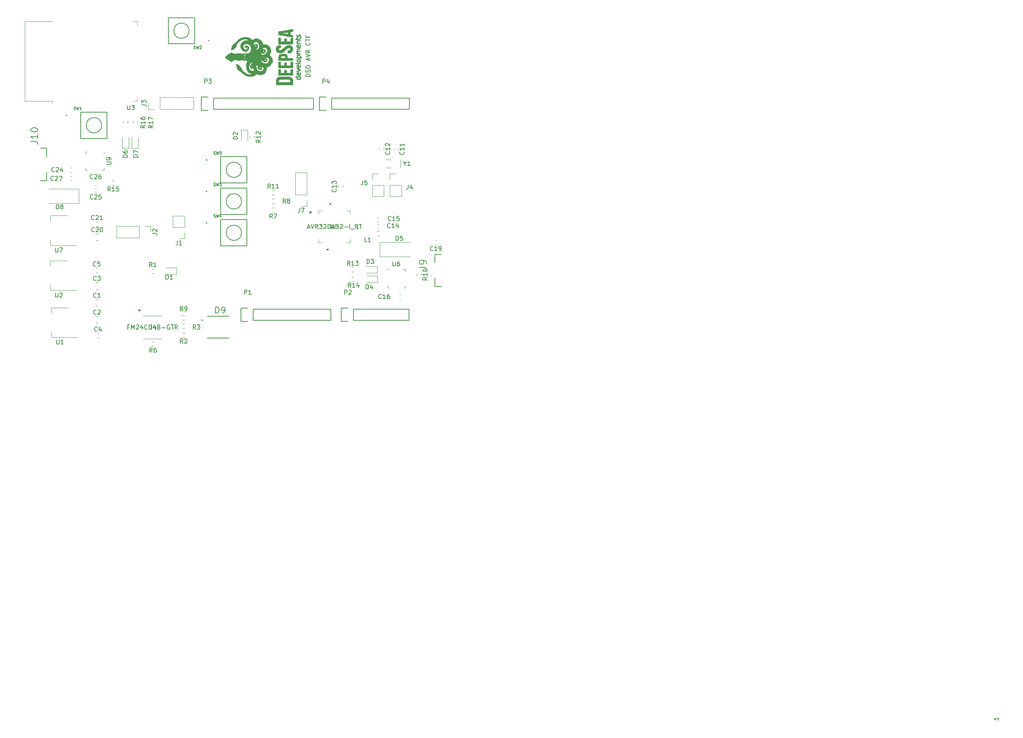
<source format=gbr>
G04 #@! TF.GenerationSoftware,KiCad,Pcbnew,(5.1.12)-1*
G04 #@! TF.CreationDate,2022-03-23T16:05:10-05:00*
G04 #@! TF.ProjectId,AVR-CTF,4156522d-4354-4462-9e6b-696361645f70,rev?*
G04 #@! TF.SameCoordinates,Original*
G04 #@! TF.FileFunction,Legend,Top*
G04 #@! TF.FilePolarity,Positive*
%FSLAX46Y46*%
G04 Gerber Fmt 4.6, Leading zero omitted, Abs format (unit mm)*
G04 Created by KiCad (PCBNEW (5.1.12)-1) date 2022-03-23 16:05:10*
%MOMM*%
%LPD*%
G01*
G04 APERTURE LIST*
%ADD10C,0.150000*%
%ADD11C,0.010000*%
%ADD12C,0.120000*%
%ADD13C,0.200000*%
%ADD14C,0.127000*%
%ADD15C,0.100000*%
G04 APERTURE END LIST*
D10*
X176450380Y-57031666D02*
X175450380Y-57031666D01*
X175450380Y-56793571D01*
X175498000Y-56650714D01*
X175593238Y-56555476D01*
X175688476Y-56507857D01*
X175878952Y-56460238D01*
X176021809Y-56460238D01*
X176212285Y-56507857D01*
X176307523Y-56555476D01*
X176402761Y-56650714D01*
X176450380Y-56793571D01*
X176450380Y-57031666D01*
X176402761Y-56079285D02*
X176450380Y-55936428D01*
X176450380Y-55698333D01*
X176402761Y-55603095D01*
X176355142Y-55555476D01*
X176259904Y-55507857D01*
X176164666Y-55507857D01*
X176069428Y-55555476D01*
X176021809Y-55603095D01*
X175974190Y-55698333D01*
X175926571Y-55888809D01*
X175878952Y-55984047D01*
X175831333Y-56031666D01*
X175736095Y-56079285D01*
X175640857Y-56079285D01*
X175545619Y-56031666D01*
X175498000Y-55984047D01*
X175450380Y-55888809D01*
X175450380Y-55650714D01*
X175498000Y-55507857D01*
X176450380Y-55079285D02*
X175450380Y-55079285D01*
X175450380Y-54841190D01*
X175498000Y-54698333D01*
X175593238Y-54603095D01*
X175688476Y-54555476D01*
X175878952Y-54507857D01*
X176021809Y-54507857D01*
X176212285Y-54555476D01*
X176307523Y-54603095D01*
X176402761Y-54698333D01*
X176450380Y-54841190D01*
X176450380Y-55079285D01*
X176164666Y-53365000D02*
X176164666Y-52888809D01*
X176450380Y-53460238D02*
X175450380Y-53126904D01*
X176450380Y-52793571D01*
X175450380Y-52603095D02*
X176450380Y-52269761D01*
X175450380Y-51936428D01*
X176450380Y-51031666D02*
X175974190Y-51365000D01*
X176450380Y-51603095D02*
X175450380Y-51603095D01*
X175450380Y-51222142D01*
X175498000Y-51126904D01*
X175545619Y-51079285D01*
X175640857Y-51031666D01*
X175783714Y-51031666D01*
X175878952Y-51079285D01*
X175926571Y-51126904D01*
X175974190Y-51222142D01*
X175974190Y-51603095D01*
X176355142Y-49269761D02*
X176402761Y-49317380D01*
X176450380Y-49460238D01*
X176450380Y-49555476D01*
X176402761Y-49698333D01*
X176307523Y-49793571D01*
X176212285Y-49841190D01*
X176021809Y-49888809D01*
X175878952Y-49888809D01*
X175688476Y-49841190D01*
X175593238Y-49793571D01*
X175498000Y-49698333D01*
X175450380Y-49555476D01*
X175450380Y-49460238D01*
X175498000Y-49317380D01*
X175545619Y-49269761D01*
X175450380Y-48984047D02*
X175450380Y-48412619D01*
X176450380Y-48698333D02*
X175450380Y-48698333D01*
X175926571Y-47745952D02*
X175926571Y-48079285D01*
X176450380Y-48079285D02*
X175450380Y-48079285D01*
X175450380Y-47603095D01*
X333890880Y-203612785D02*
X333890880Y-204184214D01*
X333890880Y-203898500D02*
X332890880Y-203898500D01*
X333033738Y-203993738D01*
X333128976Y-204088976D01*
X333176595Y-204184214D01*
D11*
G36*
X173363435Y-52466129D02*
G01*
X173387400Y-52231938D01*
X173460546Y-52107264D01*
X173611213Y-52034836D01*
X173874408Y-52017482D01*
X174101752Y-52120384D01*
X174242513Y-52312089D01*
X174264667Y-52439952D01*
X174305140Y-52604946D01*
X174434000Y-52649667D01*
X174571580Y-52685123D01*
X174603333Y-52734334D01*
X174524638Y-52777155D01*
X174312032Y-52806948D01*
X174009522Y-52818611D01*
X174009522Y-52636270D01*
X174084085Y-52569877D01*
X174095333Y-52449573D01*
X174040522Y-52264170D01*
X173947167Y-52206992D01*
X173695505Y-52198234D01*
X173545970Y-52288185D01*
X173519391Y-52427870D01*
X173589295Y-52565786D01*
X173774204Y-52628583D01*
X173820167Y-52633865D01*
X174009522Y-52636270D01*
X174009522Y-52818611D01*
X174000738Y-52818950D01*
X173977269Y-52819000D01*
X173351204Y-52819000D01*
X173363435Y-52466129D01*
G37*
X173363435Y-52466129D02*
X173387400Y-52231938D01*
X173460546Y-52107264D01*
X173611213Y-52034836D01*
X173874408Y-52017482D01*
X174101752Y-52120384D01*
X174242513Y-52312089D01*
X174264667Y-52439952D01*
X174305140Y-52604946D01*
X174434000Y-52649667D01*
X174571580Y-52685123D01*
X174603333Y-52734334D01*
X174524638Y-52777155D01*
X174312032Y-52806948D01*
X174009522Y-52818611D01*
X174009522Y-52636270D01*
X174084085Y-52569877D01*
X174095333Y-52449573D01*
X174040522Y-52264170D01*
X173947167Y-52206992D01*
X173695505Y-52198234D01*
X173545970Y-52288185D01*
X173519391Y-52427870D01*
X173589295Y-52565786D01*
X173774204Y-52628583D01*
X173820167Y-52633865D01*
X174009522Y-52636270D01*
X174009522Y-52818611D01*
X174000738Y-52818950D01*
X173977269Y-52819000D01*
X173351204Y-52819000D01*
X173363435Y-52466129D01*
G36*
X173073309Y-57009427D02*
G01*
X173285543Y-56979603D01*
X173595825Y-56967705D01*
X173615948Y-56967667D01*
X174237229Y-56967667D01*
X174247850Y-57250165D01*
X174227486Y-57473902D01*
X174163627Y-57627304D01*
X174159968Y-57631165D01*
X173987899Y-57708455D01*
X173858267Y-57717329D01*
X173858267Y-57560334D01*
X174031864Y-57533508D01*
X174091745Y-57422554D01*
X174095333Y-57348667D01*
X174072237Y-57203915D01*
X173969455Y-57145883D01*
X173808058Y-57137000D01*
X173579973Y-57178107D01*
X173465994Y-57282676D01*
X173490266Y-57422580D01*
X173526216Y-57465350D01*
X173676679Y-57536205D01*
X173858267Y-57560334D01*
X173858267Y-57717329D01*
X173745923Y-57725021D01*
X173522063Y-57681239D01*
X173434933Y-57628067D01*
X173352910Y-57465883D01*
X173333333Y-57331734D01*
X173286237Y-57174652D01*
X173164000Y-57137000D01*
X173026419Y-57101544D01*
X172994667Y-57052334D01*
X173073309Y-57009427D01*
G37*
X173073309Y-57009427D02*
X173285543Y-56979603D01*
X173595825Y-56967705D01*
X173615948Y-56967667D01*
X174237229Y-56967667D01*
X174247850Y-57250165D01*
X174227486Y-57473902D01*
X174163627Y-57627304D01*
X174159968Y-57631165D01*
X173987899Y-57708455D01*
X173858267Y-57717329D01*
X173858267Y-57560334D01*
X174031864Y-57533508D01*
X174091745Y-57422554D01*
X174095333Y-57348667D01*
X174072237Y-57203915D01*
X173969455Y-57145883D01*
X173808058Y-57137000D01*
X173579973Y-57178107D01*
X173465994Y-57282676D01*
X173490266Y-57422580D01*
X173526216Y-57465350D01*
X173676679Y-57536205D01*
X173858267Y-57560334D01*
X173858267Y-57717329D01*
X173745923Y-57725021D01*
X173522063Y-57681239D01*
X173434933Y-57628067D01*
X173352910Y-57465883D01*
X173333333Y-57331734D01*
X173286237Y-57174652D01*
X173164000Y-57137000D01*
X173026419Y-57101544D01*
X172994667Y-57052334D01*
X173073309Y-57009427D01*
G36*
X173384672Y-56143824D02*
G01*
X173523833Y-56043547D01*
X173712055Y-55999676D01*
X173808835Y-56067781D01*
X173840494Y-56272243D01*
X173841333Y-56337664D01*
X173861867Y-56531553D01*
X173912250Y-56626948D01*
X173921793Y-56629000D01*
X174036508Y-56556694D01*
X174113049Y-56389062D01*
X174118312Y-56200037D01*
X174116721Y-56193642D01*
X174123070Y-56065519D01*
X174170125Y-56036334D01*
X174236074Y-56107565D01*
X174261823Y-56277543D01*
X174248073Y-56480696D01*
X174195526Y-56651451D01*
X174163067Y-56696734D01*
X174010166Y-56769605D01*
X173799000Y-56798334D01*
X173556365Y-56753573D01*
X173556365Y-56618594D01*
X173636165Y-56589883D01*
X173671983Y-56422098D01*
X173672000Y-56417334D01*
X173644717Y-56258193D01*
X173592330Y-56205667D01*
X173474251Y-56272689D01*
X173451777Y-56433067D01*
X173469117Y-56494360D01*
X173556365Y-56618594D01*
X173556365Y-56753573D01*
X173522478Y-56747321D01*
X173371722Y-56586531D01*
X173333333Y-56355339D01*
X173384672Y-56143824D01*
G37*
X173384672Y-56143824D02*
X173523833Y-56043547D01*
X173712055Y-55999676D01*
X173808835Y-56067781D01*
X173840494Y-56272243D01*
X173841333Y-56337664D01*
X173861867Y-56531553D01*
X173912250Y-56626948D01*
X173921793Y-56629000D01*
X174036508Y-56556694D01*
X174113049Y-56389062D01*
X174118312Y-56200037D01*
X174116721Y-56193642D01*
X174123070Y-56065519D01*
X174170125Y-56036334D01*
X174236074Y-56107565D01*
X174261823Y-56277543D01*
X174248073Y-56480696D01*
X174195526Y-56651451D01*
X174163067Y-56696734D01*
X174010166Y-56769605D01*
X173799000Y-56798334D01*
X173556365Y-56753573D01*
X173556365Y-56618594D01*
X173636165Y-56589883D01*
X173671983Y-56422098D01*
X173672000Y-56417334D01*
X173644717Y-56258193D01*
X173592330Y-56205667D01*
X173474251Y-56272689D01*
X173451777Y-56433067D01*
X173469117Y-56494360D01*
X173556365Y-56618594D01*
X173556365Y-56753573D01*
X173522478Y-56747321D01*
X173371722Y-56586531D01*
X173333333Y-56355339D01*
X173384672Y-56143824D01*
G36*
X173441040Y-55157167D02*
G01*
X173631975Y-55217312D01*
X173863876Y-55308096D01*
X174081792Y-55406904D01*
X174230773Y-55491121D01*
X174264667Y-55528334D01*
X174192072Y-55595322D01*
X174004692Y-55692039D01*
X173820167Y-55767844D01*
X173572985Y-55854142D01*
X173399076Y-55902857D01*
X173346022Y-55906394D01*
X173347169Y-55820903D01*
X173471223Y-55726263D01*
X173672971Y-55655121D01*
X173850245Y-55595665D01*
X173925963Y-55529554D01*
X173926000Y-55528334D01*
X173853089Y-55462428D01*
X173677278Y-55402503D01*
X173672971Y-55401547D01*
X173468414Y-55328946D01*
X173346044Y-55234200D01*
X173346022Y-55150274D01*
X173441040Y-55157167D01*
G37*
X173441040Y-55157167D02*
X173631975Y-55217312D01*
X173863876Y-55308096D01*
X174081792Y-55406904D01*
X174230773Y-55491121D01*
X174264667Y-55528334D01*
X174192072Y-55595322D01*
X174004692Y-55692039D01*
X173820167Y-55767844D01*
X173572985Y-55854142D01*
X173399076Y-55902857D01*
X173346022Y-55906394D01*
X173347169Y-55820903D01*
X173471223Y-55726263D01*
X173672971Y-55655121D01*
X173850245Y-55595665D01*
X173925963Y-55529554D01*
X173926000Y-55528334D01*
X173853089Y-55462428D01*
X173677278Y-55402503D01*
X173672971Y-55401547D01*
X173468414Y-55328946D01*
X173346044Y-55234200D01*
X173346022Y-55150274D01*
X173441040Y-55157167D01*
G36*
X173384068Y-54437715D02*
G01*
X173517267Y-54296762D01*
X173682367Y-54258334D01*
X173787511Y-54291050D01*
X173833516Y-54417588D01*
X173841333Y-54594343D01*
X173853791Y-54808516D01*
X173901885Y-54888385D01*
X173976187Y-54878604D01*
X174070332Y-54778822D01*
X174080145Y-54563648D01*
X174077686Y-54541150D01*
X174076358Y-54345576D01*
X174127394Y-54283070D01*
X174133332Y-54284576D01*
X174203110Y-54380619D01*
X174247938Y-54571895D01*
X174248475Y-54577142D01*
X174231600Y-54797706D01*
X174098626Y-54953946D01*
X174048219Y-54988919D01*
X173870928Y-55084041D01*
X173728095Y-55075995D01*
X173598744Y-55012468D01*
X173566167Y-54981931D01*
X173566167Y-54829834D01*
X173648500Y-54788157D01*
X173672000Y-54639334D01*
X173639599Y-54474490D01*
X173566167Y-54448834D01*
X173476400Y-54552013D01*
X173460333Y-54639334D01*
X173510281Y-54787641D01*
X173566167Y-54829834D01*
X173566167Y-54981931D01*
X173419397Y-54844351D01*
X173349641Y-54636505D01*
X173384068Y-54437715D01*
G37*
X173384068Y-54437715D02*
X173517267Y-54296762D01*
X173682367Y-54258334D01*
X173787511Y-54291050D01*
X173833516Y-54417588D01*
X173841333Y-54594343D01*
X173853791Y-54808516D01*
X173901885Y-54888385D01*
X173976187Y-54878604D01*
X174070332Y-54778822D01*
X174080145Y-54563648D01*
X174077686Y-54541150D01*
X174076358Y-54345576D01*
X174127394Y-54283070D01*
X174133332Y-54284576D01*
X174203110Y-54380619D01*
X174247938Y-54571895D01*
X174248475Y-54577142D01*
X174231600Y-54797706D01*
X174098626Y-54953946D01*
X174048219Y-54988919D01*
X173870928Y-55084041D01*
X173728095Y-55075995D01*
X173598744Y-55012468D01*
X173566167Y-54981931D01*
X173566167Y-54829834D01*
X173648500Y-54788157D01*
X173672000Y-54639334D01*
X173639599Y-54474490D01*
X173566167Y-54448834D01*
X173476400Y-54552013D01*
X173460333Y-54639334D01*
X173510281Y-54787641D01*
X173566167Y-54829834D01*
X173566167Y-54981931D01*
X173419397Y-54844351D01*
X173349641Y-54636505D01*
X173384068Y-54437715D01*
G36*
X173073459Y-53961672D02*
G01*
X173286744Y-53931937D01*
X173599888Y-53919746D01*
X173629667Y-53919667D01*
X173949627Y-53930173D01*
X174172641Y-53958611D01*
X174264072Y-54000363D01*
X174264667Y-54004334D01*
X174185874Y-54046995D01*
X173972589Y-54076730D01*
X173659445Y-54088921D01*
X173629667Y-54089000D01*
X173309706Y-54078495D01*
X173086692Y-54050057D01*
X172995261Y-54008304D01*
X172994667Y-54004334D01*
X173073459Y-53961672D01*
G37*
X173073459Y-53961672D02*
X173286744Y-53931937D01*
X173599888Y-53919746D01*
X173629667Y-53919667D01*
X173949627Y-53930173D01*
X174172641Y-53958611D01*
X174264072Y-54000363D01*
X174264667Y-54004334D01*
X174185874Y-54046995D01*
X173972589Y-54076730D01*
X173659445Y-54088921D01*
X173629667Y-54089000D01*
X173309706Y-54078495D01*
X173086692Y-54050057D01*
X172995261Y-54008304D01*
X172994667Y-54004334D01*
X173073459Y-53961672D01*
G36*
X173400424Y-53138312D02*
G01*
X173598739Y-53012261D01*
X173799000Y-52988334D01*
X174081360Y-53043227D01*
X174235423Y-53205484D01*
X174264667Y-53369334D01*
X174218816Y-53563629D01*
X174163067Y-53648734D01*
X174010166Y-53721605D01*
X173801003Y-53750061D01*
X173801003Y-53581000D01*
X174002519Y-53552260D01*
X174114991Y-53482349D01*
X174118139Y-53475167D01*
X174122114Y-53287254D01*
X173980841Y-53180477D01*
X173796997Y-53157667D01*
X173595481Y-53186408D01*
X173483009Y-53256319D01*
X173479861Y-53263500D01*
X173475886Y-53451413D01*
X173617158Y-53558191D01*
X173801003Y-53581000D01*
X173801003Y-53750061D01*
X173799000Y-53750334D01*
X173516640Y-53695441D01*
X173362577Y-53533184D01*
X173333333Y-53369334D01*
X173400424Y-53138312D01*
G37*
X173400424Y-53138312D02*
X173598739Y-53012261D01*
X173799000Y-52988334D01*
X174081360Y-53043227D01*
X174235423Y-53205484D01*
X174264667Y-53369334D01*
X174218816Y-53563629D01*
X174163067Y-53648734D01*
X174010166Y-53721605D01*
X173801003Y-53750061D01*
X173801003Y-53581000D01*
X174002519Y-53552260D01*
X174114991Y-53482349D01*
X174118139Y-53475167D01*
X174122114Y-53287254D01*
X173980841Y-53180477D01*
X173796997Y-53157667D01*
X173595481Y-53186408D01*
X173483009Y-53256319D01*
X173479861Y-53263500D01*
X173475886Y-53451413D01*
X173617158Y-53558191D01*
X173801003Y-53581000D01*
X173801003Y-53750061D01*
X173799000Y-53750334D01*
X173516640Y-53695441D01*
X173362577Y-53533184D01*
X173333333Y-53369334D01*
X173400424Y-53138312D01*
G36*
X173362865Y-50974606D02*
G01*
X173402890Y-50752224D01*
X173444995Y-50683858D01*
X173591405Y-50639379D01*
X173807544Y-50621011D01*
X174032350Y-50627377D01*
X174204761Y-50657101D01*
X174264667Y-50702334D01*
X174188992Y-50752827D01*
X173997529Y-50783116D01*
X173883667Y-50787000D01*
X173645572Y-50798080D01*
X173532984Y-50844086D01*
X173502812Y-50944169D01*
X173502667Y-50956334D01*
X173527595Y-51062154D01*
X173631108Y-51112193D01*
X173856296Y-51125603D01*
X173883667Y-51125667D01*
X174147077Y-51147236D01*
X174253337Y-51198041D01*
X174200070Y-51257232D01*
X173984897Y-51303958D01*
X173904833Y-51311299D01*
X173672579Y-51342710D01*
X173566933Y-51407479D01*
X173545000Y-51506667D01*
X173576039Y-51618209D01*
X173697431Y-51676708D01*
X173904833Y-51702035D01*
X174159291Y-51739288D01*
X174255193Y-51791890D01*
X174200443Y-51844118D01*
X174002944Y-51880247D01*
X173811533Y-51887667D01*
X173358399Y-51887667D01*
X173351694Y-51317562D01*
X173362865Y-50974606D01*
G37*
X173362865Y-50974606D02*
X173402890Y-50752224D01*
X173444995Y-50683858D01*
X173591405Y-50639379D01*
X173807544Y-50621011D01*
X174032350Y-50627377D01*
X174204761Y-50657101D01*
X174264667Y-50702334D01*
X174188992Y-50752827D01*
X173997529Y-50783116D01*
X173883667Y-50787000D01*
X173645572Y-50798080D01*
X173532984Y-50844086D01*
X173502812Y-50944169D01*
X173502667Y-50956334D01*
X173527595Y-51062154D01*
X173631108Y-51112193D01*
X173856296Y-51125603D01*
X173883667Y-51125667D01*
X174147077Y-51147236D01*
X174253337Y-51198041D01*
X174200070Y-51257232D01*
X173984897Y-51303958D01*
X173904833Y-51311299D01*
X173672579Y-51342710D01*
X173566933Y-51407479D01*
X173545000Y-51506667D01*
X173576039Y-51618209D01*
X173697431Y-51676708D01*
X173904833Y-51702035D01*
X174159291Y-51739288D01*
X174255193Y-51791890D01*
X174200443Y-51844118D01*
X174002944Y-51880247D01*
X173811533Y-51887667D01*
X173358399Y-51887667D01*
X173351694Y-51317562D01*
X173362865Y-50974606D01*
G36*
X173399270Y-49794311D02*
G01*
X173467258Y-49737726D01*
X173689701Y-49684903D01*
X173805950Y-49755375D01*
X173841239Y-49965666D01*
X173841333Y-49982667D01*
X173865905Y-50196307D01*
X173948747Y-50276356D01*
X173977596Y-50279000D01*
X174067619Y-50239822D01*
X174088960Y-50096092D01*
X174079264Y-49982667D01*
X174078227Y-49763471D01*
X174146302Y-49686728D01*
X174154668Y-49686334D01*
X174230160Y-49757481D01*
X174262611Y-49927536D01*
X174251194Y-50131419D01*
X174195081Y-50304052D01*
X174163067Y-50346734D01*
X173988624Y-50426158D01*
X173744916Y-50443720D01*
X173566167Y-50408466D01*
X173566167Y-50257834D01*
X173648500Y-50216157D01*
X173672000Y-50067334D01*
X173639599Y-49902490D01*
X173566167Y-49876834D01*
X173476400Y-49980013D01*
X173460333Y-50067334D01*
X173510281Y-50215641D01*
X173566167Y-50257834D01*
X173566167Y-50408466D01*
X173520303Y-50399420D01*
X173434933Y-50346734D01*
X173350672Y-50178351D01*
X173340130Y-49968853D01*
X173399270Y-49794311D01*
G37*
X173399270Y-49794311D02*
X173467258Y-49737726D01*
X173689701Y-49684903D01*
X173805950Y-49755375D01*
X173841239Y-49965666D01*
X173841333Y-49982667D01*
X173865905Y-50196307D01*
X173948747Y-50276356D01*
X173977596Y-50279000D01*
X174067619Y-50239822D01*
X174088960Y-50096092D01*
X174079264Y-49982667D01*
X174078227Y-49763471D01*
X174146302Y-49686728D01*
X174154668Y-49686334D01*
X174230160Y-49757481D01*
X174262611Y-49927536D01*
X174251194Y-50131419D01*
X174195081Y-50304052D01*
X174163067Y-50346734D01*
X173988624Y-50426158D01*
X173744916Y-50443720D01*
X173566167Y-50408466D01*
X173566167Y-50257834D01*
X173648500Y-50216157D01*
X173672000Y-50067334D01*
X173639599Y-49902490D01*
X173566167Y-49876834D01*
X173476400Y-49980013D01*
X173460333Y-50067334D01*
X173510281Y-50215641D01*
X173566167Y-50257834D01*
X173566167Y-50408466D01*
X173520303Y-50399420D01*
X173434933Y-50346734D01*
X173350672Y-50178351D01*
X173340130Y-49968853D01*
X173399270Y-49794311D01*
G36*
X173366990Y-48980742D02*
G01*
X173426529Y-48836074D01*
X173441092Y-48823604D01*
X173586698Y-48779010D01*
X173802692Y-48759172D01*
X174028178Y-48763260D01*
X174202259Y-48790448D01*
X174264667Y-48834799D01*
X174189183Y-48889019D01*
X173999373Y-48930980D01*
X173904833Y-48940632D01*
X173669914Y-48973014D01*
X173556067Y-49042972D01*
X173517945Y-49157167D01*
X173517749Y-49273887D01*
X173588552Y-49329826D01*
X173771656Y-49346852D01*
X173877778Y-49347667D01*
X174107031Y-49364243D01*
X174245766Y-49406248D01*
X174264667Y-49432334D01*
X174188239Y-49479300D01*
X173991624Y-49510044D01*
X173812718Y-49517000D01*
X173360770Y-49517000D01*
X173348977Y-49203307D01*
X173366990Y-48980742D01*
G37*
X173366990Y-48980742D02*
X173426529Y-48836074D01*
X173441092Y-48823604D01*
X173586698Y-48779010D01*
X173802692Y-48759172D01*
X174028178Y-48763260D01*
X174202259Y-48790448D01*
X174264667Y-48834799D01*
X174189183Y-48889019D01*
X173999373Y-48930980D01*
X173904833Y-48940632D01*
X173669914Y-48973014D01*
X173556067Y-49042972D01*
X173517945Y-49157167D01*
X173517749Y-49273887D01*
X173588552Y-49329826D01*
X173771656Y-49346852D01*
X173877778Y-49347667D01*
X174107031Y-49364243D01*
X174245766Y-49406248D01*
X174264667Y-49432334D01*
X174188239Y-49479300D01*
X173991624Y-49510044D01*
X173812718Y-49517000D01*
X173360770Y-49517000D01*
X173348977Y-49203307D01*
X173366990Y-48980742D01*
G36*
X173194557Y-48416398D02*
G01*
X173200445Y-48416334D01*
X173309242Y-48344363D01*
X173359029Y-48225834D01*
X173396503Y-48035334D01*
X173459460Y-48225834D01*
X173548782Y-48363663D01*
X173727225Y-48413837D01*
X173810220Y-48416334D01*
X174005290Y-48400973D01*
X174081951Y-48327238D01*
X174091299Y-48183500D01*
X174095822Y-47945203D01*
X174111121Y-47790446D01*
X174092651Y-47636198D01*
X174006186Y-47599879D01*
X173910230Y-47686850D01*
X173879148Y-47769193D01*
X173764483Y-47979823D01*
X173576683Y-48048629D01*
X173460333Y-48023618D01*
X173382023Y-47925575D01*
X173338956Y-47748659D01*
X173335338Y-47559870D01*
X173375374Y-47426207D01*
X173421204Y-47400334D01*
X173477723Y-47472127D01*
X173484704Y-47624286D01*
X173497078Y-47819718D01*
X173570588Y-47870841D01*
X173672809Y-47774480D01*
X173732923Y-47648576D01*
X173833295Y-47463964D01*
X173967738Y-47410416D01*
X174026943Y-47414971D01*
X174135389Y-47446644D01*
X174197817Y-47530094D01*
X174230483Y-47706179D01*
X174247472Y-47969224D01*
X174256329Y-48259231D01*
X174239448Y-48422623D01*
X174184275Y-48501603D01*
X174078252Y-48538375D01*
X174078139Y-48538400D01*
X173768639Y-48583730D01*
X173423272Y-48603712D01*
X173227500Y-48598435D01*
X173103989Y-48545376D01*
X173089621Y-48461901D01*
X173194557Y-48416398D01*
G37*
X173194557Y-48416398D02*
X173200445Y-48416334D01*
X173309242Y-48344363D01*
X173359029Y-48225834D01*
X173396503Y-48035334D01*
X173459460Y-48225834D01*
X173548782Y-48363663D01*
X173727225Y-48413837D01*
X173810220Y-48416334D01*
X174005290Y-48400973D01*
X174081951Y-48327238D01*
X174091299Y-48183500D01*
X174095822Y-47945203D01*
X174111121Y-47790446D01*
X174092651Y-47636198D01*
X174006186Y-47599879D01*
X173910230Y-47686850D01*
X173879148Y-47769193D01*
X173764483Y-47979823D01*
X173576683Y-48048629D01*
X173460333Y-48023618D01*
X173382023Y-47925575D01*
X173338956Y-47748659D01*
X173335338Y-47559870D01*
X173375374Y-47426207D01*
X173421204Y-47400334D01*
X173477723Y-47472127D01*
X173484704Y-47624286D01*
X173497078Y-47819718D01*
X173570588Y-47870841D01*
X173672809Y-47774480D01*
X173732923Y-47648576D01*
X173833295Y-47463964D01*
X173967738Y-47410416D01*
X174026943Y-47414971D01*
X174135389Y-47446644D01*
X174197817Y-47530094D01*
X174230483Y-47706179D01*
X174247472Y-47969224D01*
X174256329Y-48259231D01*
X174239448Y-48422623D01*
X174184275Y-48501603D01*
X174078252Y-48538375D01*
X174078139Y-48538400D01*
X173768639Y-48583730D01*
X173423272Y-48603712D01*
X173227500Y-48598435D01*
X173103989Y-48545376D01*
X173089621Y-48461901D01*
X173194557Y-48416398D01*
G36*
X168682197Y-57882395D02*
G01*
X168705855Y-57653842D01*
X168758236Y-57501867D01*
X168849936Y-57380174D01*
X168878874Y-57350430D01*
X169023358Y-57232805D01*
X169203469Y-57148342D01*
X169445690Y-57093164D01*
X169776504Y-57063397D01*
X170222392Y-57055163D01*
X170809836Y-57064586D01*
X170828567Y-57065066D01*
X171290750Y-57078372D01*
X171615706Y-57094327D01*
X171835510Y-57118928D01*
X171982236Y-57158173D01*
X172087959Y-57218061D01*
X172184751Y-57304589D01*
X172202183Y-57321938D01*
X172319372Y-57458312D01*
X172392804Y-57611834D01*
X172436563Y-57830569D01*
X172464734Y-58162582D01*
X172468891Y-58232104D01*
X172508423Y-58915000D01*
X169184667Y-58915000D01*
X169184667Y-58322334D01*
X171894000Y-58322334D01*
X171894000Y-58066238D01*
X171854261Y-57857136D01*
X171707685Y-57740064D01*
X171676821Y-57727572D01*
X171481679Y-57688803D01*
X171165061Y-57662689D01*
X170774352Y-57649230D01*
X170356935Y-57648425D01*
X169960197Y-57660274D01*
X169631520Y-57684778D01*
X169418289Y-57721936D01*
X169401845Y-57727572D01*
X169237331Y-57836979D01*
X169185309Y-58029600D01*
X169184667Y-58066238D01*
X169184667Y-58322334D01*
X169184667Y-58915000D01*
X168676667Y-58915000D01*
X168676667Y-58233819D01*
X168682197Y-57882395D01*
G37*
X168682197Y-57882395D02*
X168705855Y-57653842D01*
X168758236Y-57501867D01*
X168849936Y-57380174D01*
X168878874Y-57350430D01*
X169023358Y-57232805D01*
X169203469Y-57148342D01*
X169445690Y-57093164D01*
X169776504Y-57063397D01*
X170222392Y-57055163D01*
X170809836Y-57064586D01*
X170828567Y-57065066D01*
X171290750Y-57078372D01*
X171615706Y-57094327D01*
X171835510Y-57118928D01*
X171982236Y-57158173D01*
X172087959Y-57218061D01*
X172184751Y-57304589D01*
X172202183Y-57321938D01*
X172319372Y-57458312D01*
X172392804Y-57611834D01*
X172436563Y-57830569D01*
X172464734Y-58162582D01*
X172468891Y-58232104D01*
X172508423Y-58915000D01*
X169184667Y-58915000D01*
X169184667Y-58322334D01*
X171894000Y-58322334D01*
X171894000Y-58066238D01*
X171854261Y-57857136D01*
X171707685Y-57740064D01*
X171676821Y-57727572D01*
X171481679Y-57688803D01*
X171165061Y-57662689D01*
X170774352Y-57649230D01*
X170356935Y-57648425D01*
X169960197Y-57660274D01*
X169631520Y-57684778D01*
X169418289Y-57721936D01*
X169401845Y-57727572D01*
X169237331Y-57836979D01*
X169185309Y-58029600D01*
X169184667Y-58066238D01*
X169184667Y-58322334D01*
X169184667Y-58915000D01*
X168676667Y-58915000D01*
X168676667Y-58233819D01*
X168682197Y-57882395D01*
G36*
X169438667Y-55359000D02*
G01*
X169589028Y-55368249D01*
X169664008Y-55425116D01*
X169689814Y-55573281D01*
X169692667Y-55782334D01*
X169692667Y-56205667D01*
X170539333Y-56205667D01*
X170539333Y-55867000D01*
X170549363Y-55649845D01*
X170603718Y-55553310D01*
X170738792Y-55528868D01*
X170793333Y-55528334D01*
X170956200Y-55541708D01*
X171028601Y-55614180D01*
X171046932Y-55794279D01*
X171047333Y-55867000D01*
X171047333Y-56205667D01*
X171978667Y-56205667D01*
X171978667Y-55782334D01*
X171984216Y-55531731D01*
X172018336Y-55406764D01*
X172107235Y-55363754D01*
X172232667Y-55359000D01*
X172486667Y-55359000D01*
X172486667Y-56713667D01*
X169184667Y-56713667D01*
X169184667Y-55359000D01*
X169438667Y-55359000D01*
G37*
X169438667Y-55359000D02*
X169589028Y-55368249D01*
X169664008Y-55425116D01*
X169689814Y-55573281D01*
X169692667Y-55782334D01*
X169692667Y-56205667D01*
X170539333Y-56205667D01*
X170539333Y-55867000D01*
X170549363Y-55649845D01*
X170603718Y-55553310D01*
X170738792Y-55528868D01*
X170793333Y-55528334D01*
X170956200Y-55541708D01*
X171028601Y-55614180D01*
X171046932Y-55794279D01*
X171047333Y-55867000D01*
X171047333Y-56205667D01*
X171978667Y-56205667D01*
X171978667Y-55782334D01*
X171984216Y-55531731D01*
X172018336Y-55406764D01*
X172107235Y-55363754D01*
X172232667Y-55359000D01*
X172486667Y-55359000D01*
X172486667Y-56713667D01*
X169184667Y-56713667D01*
X169184667Y-55359000D01*
X169438667Y-55359000D01*
G36*
X169438667Y-53665667D02*
G01*
X169589028Y-53674916D01*
X169664008Y-53731783D01*
X169689814Y-53879948D01*
X169692667Y-54089000D01*
X169692667Y-54512334D01*
X170539333Y-54512334D01*
X170539333Y-54173667D01*
X170549363Y-53956512D01*
X170603718Y-53859977D01*
X170738792Y-53835535D01*
X170793333Y-53835000D01*
X170956200Y-53848374D01*
X171028601Y-53920847D01*
X171046932Y-54100945D01*
X171047333Y-54173667D01*
X171047333Y-54512334D01*
X171978667Y-54512334D01*
X171978667Y-54089000D01*
X171984216Y-53838398D01*
X172018336Y-53713431D01*
X172107235Y-53670421D01*
X172232667Y-53665667D01*
X172486667Y-53665667D01*
X172486667Y-55020334D01*
X169184667Y-55020334D01*
X169184667Y-53665667D01*
X169438667Y-53665667D01*
G37*
X169438667Y-53665667D02*
X169589028Y-53674916D01*
X169664008Y-53731783D01*
X169689814Y-53879948D01*
X169692667Y-54089000D01*
X169692667Y-54512334D01*
X170539333Y-54512334D01*
X170539333Y-54173667D01*
X170549363Y-53956512D01*
X170603718Y-53859977D01*
X170738792Y-53835535D01*
X170793333Y-53835000D01*
X170956200Y-53848374D01*
X171028601Y-53920847D01*
X171046932Y-54100945D01*
X171047333Y-54173667D01*
X171047333Y-54512334D01*
X171978667Y-54512334D01*
X171978667Y-54089000D01*
X171984216Y-53838398D01*
X172018336Y-53713431D01*
X172107235Y-53670421D01*
X172232667Y-53665667D01*
X172486667Y-53665667D01*
X172486667Y-55020334D01*
X169184667Y-55020334D01*
X169184667Y-53665667D01*
X169438667Y-53665667D01*
G36*
X169200095Y-52774893D02*
G01*
X169247865Y-52373742D01*
X169349358Y-52105058D01*
X169532716Y-51943995D01*
X169826080Y-51865704D01*
X170252832Y-51845334D01*
X170589234Y-51851030D01*
X170802152Y-51875709D01*
X170937266Y-51930755D01*
X171040255Y-52027554D01*
X171054814Y-52045214D01*
X171170131Y-52273720D01*
X171216667Y-52532047D01*
X171216667Y-52819000D01*
X172486667Y-52819000D01*
X172486667Y-53327000D01*
X170243000Y-53327000D01*
X170243000Y-52819000D01*
X170543138Y-52812789D01*
X170710526Y-52787445D01*
X170781506Y-52732905D01*
X170793333Y-52666600D01*
X170739728Y-52478791D01*
X170691733Y-52412600D01*
X170538479Y-52346165D01*
X170291731Y-52313924D01*
X170024661Y-52320125D01*
X169826591Y-52362392D01*
X169722457Y-52477923D01*
X169692667Y-52616392D01*
X169703506Y-52725376D01*
X169761478Y-52786088D01*
X169904762Y-52812582D01*
X170171538Y-52818916D01*
X170243000Y-52819000D01*
X170243000Y-53327000D01*
X169164940Y-53327000D01*
X169200095Y-52774893D01*
G37*
X169200095Y-52774893D02*
X169247865Y-52373742D01*
X169349358Y-52105058D01*
X169532716Y-51943995D01*
X169826080Y-51865704D01*
X170252832Y-51845334D01*
X170589234Y-51851030D01*
X170802152Y-51875709D01*
X170937266Y-51930755D01*
X171040255Y-52027554D01*
X171054814Y-52045214D01*
X171170131Y-52273720D01*
X171216667Y-52532047D01*
X171216667Y-52819000D01*
X172486667Y-52819000D01*
X172486667Y-53327000D01*
X170243000Y-53327000D01*
X170243000Y-52819000D01*
X170543138Y-52812789D01*
X170710526Y-52787445D01*
X170781506Y-52732905D01*
X170793333Y-52666600D01*
X170739728Y-52478791D01*
X170691733Y-52412600D01*
X170538479Y-52346165D01*
X170291731Y-52313924D01*
X170024661Y-52320125D01*
X169826591Y-52362392D01*
X169722457Y-52477923D01*
X169692667Y-52616392D01*
X169703506Y-52725376D01*
X169761478Y-52786088D01*
X169904762Y-52812582D01*
X170171538Y-52818916D01*
X170243000Y-52819000D01*
X170243000Y-53327000D01*
X169164940Y-53327000D01*
X169200095Y-52774893D01*
G36*
X168631558Y-50495436D02*
G01*
X168775870Y-50195131D01*
X169025401Y-49985437D01*
X169110062Y-49949513D01*
X169410205Y-49863131D01*
X169589229Y-49867850D01*
X169674192Y-49972815D01*
X169692667Y-50146377D01*
X169674382Y-50347269D01*
X169592175Y-50436334D01*
X169459833Y-50463877D01*
X169271163Y-50531416D01*
X169198425Y-50692759D01*
X169218405Y-50876565D01*
X169283092Y-50966629D01*
X169474351Y-51037917D01*
X169686241Y-51004908D01*
X169943743Y-50857204D01*
X170271835Y-50584407D01*
X170330000Y-50530830D01*
X170762455Y-50165881D01*
X171135839Y-49940655D01*
X171474532Y-49847532D01*
X171802916Y-49878893D01*
X172071175Y-49986722D01*
X172323458Y-50203332D01*
X172464842Y-50505319D01*
X172489649Y-50845385D01*
X172392201Y-51176233D01*
X172239179Y-51386180D01*
X172007407Y-51565573D01*
X171747898Y-51630490D01*
X171646513Y-51633667D01*
X171426943Y-51625061D01*
X171328311Y-51572067D01*
X171302262Y-51433924D01*
X171301333Y-51342698D01*
X171317759Y-51143798D01*
X171400030Y-51056336D01*
X171576500Y-51025198D01*
X171774284Y-50980742D01*
X171859764Y-50868321D01*
X171878172Y-50768787D01*
X171865599Y-50588040D01*
X171744320Y-50500269D01*
X171696791Y-50486730D01*
X171416112Y-50498344D01*
X171090766Y-50665232D01*
X170716254Y-50989817D01*
X170666333Y-51041000D01*
X170314646Y-51364059D01*
X169996448Y-51553584D01*
X169674379Y-51629844D01*
X169573855Y-51633667D01*
X169165936Y-51570941D01*
X168857835Y-51390189D01*
X168712650Y-51198055D01*
X168605980Y-50843896D01*
X168631558Y-50495436D01*
G37*
X168631558Y-50495436D02*
X168775870Y-50195131D01*
X169025401Y-49985437D01*
X169110062Y-49949513D01*
X169410205Y-49863131D01*
X169589229Y-49867850D01*
X169674192Y-49972815D01*
X169692667Y-50146377D01*
X169674382Y-50347269D01*
X169592175Y-50436334D01*
X169459833Y-50463877D01*
X169271163Y-50531416D01*
X169198425Y-50692759D01*
X169218405Y-50876565D01*
X169283092Y-50966629D01*
X169474351Y-51037917D01*
X169686241Y-51004908D01*
X169943743Y-50857204D01*
X170271835Y-50584407D01*
X170330000Y-50530830D01*
X170762455Y-50165881D01*
X171135839Y-49940655D01*
X171474532Y-49847532D01*
X171802916Y-49878893D01*
X172071175Y-49986722D01*
X172323458Y-50203332D01*
X172464842Y-50505319D01*
X172489649Y-50845385D01*
X172392201Y-51176233D01*
X172239179Y-51386180D01*
X172007407Y-51565573D01*
X171747898Y-51630490D01*
X171646513Y-51633667D01*
X171426943Y-51625061D01*
X171328311Y-51572067D01*
X171302262Y-51433924D01*
X171301333Y-51342698D01*
X171317759Y-51143798D01*
X171400030Y-51056336D01*
X171576500Y-51025198D01*
X171774284Y-50980742D01*
X171859764Y-50868321D01*
X171878172Y-50768787D01*
X171865599Y-50588040D01*
X171744320Y-50500269D01*
X171696791Y-50486730D01*
X171416112Y-50498344D01*
X171090766Y-50665232D01*
X170716254Y-50989817D01*
X170666333Y-51041000D01*
X170314646Y-51364059D01*
X169996448Y-51553584D01*
X169674379Y-51629844D01*
X169573855Y-51633667D01*
X169165936Y-51570941D01*
X168857835Y-51390189D01*
X168712650Y-51198055D01*
X168605980Y-50843896D01*
X168631558Y-50495436D01*
G36*
X169438667Y-48162334D02*
G01*
X169589028Y-48171583D01*
X169664008Y-48228450D01*
X169689814Y-48376615D01*
X169692667Y-48585667D01*
X169692667Y-49009000D01*
X170539333Y-49009000D01*
X170539333Y-48670334D01*
X170549363Y-48453178D01*
X170603718Y-48356643D01*
X170738792Y-48332201D01*
X170793333Y-48331667D01*
X170956200Y-48345041D01*
X171028601Y-48417513D01*
X171046932Y-48597612D01*
X171047333Y-48670334D01*
X171047333Y-49009000D01*
X171978667Y-49009000D01*
X171978667Y-48585667D01*
X171984216Y-48335064D01*
X172018336Y-48210098D01*
X172107235Y-48167087D01*
X172232667Y-48162334D01*
X172486667Y-48162334D01*
X172486667Y-48825556D01*
X172479914Y-49145900D01*
X172462022Y-49397372D01*
X172436535Y-49534759D01*
X172430222Y-49545223D01*
X172331576Y-49562939D01*
X172090967Y-49578376D01*
X171735760Y-49590601D01*
X171293321Y-49598676D01*
X170791015Y-49601666D01*
X170779222Y-49601667D01*
X169184667Y-49601667D01*
X169184667Y-48162334D01*
X169438667Y-48162334D01*
G37*
X169438667Y-48162334D02*
X169589028Y-48171583D01*
X169664008Y-48228450D01*
X169689814Y-48376615D01*
X169692667Y-48585667D01*
X169692667Y-49009000D01*
X170539333Y-49009000D01*
X170539333Y-48670334D01*
X170549363Y-48453178D01*
X170603718Y-48356643D01*
X170738792Y-48332201D01*
X170793333Y-48331667D01*
X170956200Y-48345041D01*
X171028601Y-48417513D01*
X171046932Y-48597612D01*
X171047333Y-48670334D01*
X171047333Y-49009000D01*
X171978667Y-49009000D01*
X171978667Y-48585667D01*
X171984216Y-48335064D01*
X172018336Y-48210098D01*
X172107235Y-48167087D01*
X172232667Y-48162334D01*
X172486667Y-48162334D01*
X172486667Y-48825556D01*
X172479914Y-49145900D01*
X172462022Y-49397372D01*
X172436535Y-49534759D01*
X172430222Y-49545223D01*
X172331576Y-49562939D01*
X172090967Y-49578376D01*
X171735760Y-49590601D01*
X171293321Y-49598676D01*
X170791015Y-49601666D01*
X170779222Y-49601667D01*
X169184667Y-49601667D01*
X169184667Y-48162334D01*
X169438667Y-48162334D01*
G36*
X169191984Y-46874183D02*
G01*
X169210477Y-46739510D01*
X169221125Y-46723000D01*
X169312240Y-46710067D01*
X169543810Y-46674088D01*
X169889171Y-46619293D01*
X170321658Y-46549915D01*
X170814603Y-46470184D01*
X170821891Y-46469000D01*
X171316654Y-46389081D01*
X171752445Y-46319478D01*
X172102294Y-46264435D01*
X172339226Y-46228195D01*
X172436270Y-46215002D01*
X172436432Y-46215000D01*
X172471935Y-46288609D01*
X172486667Y-46465164D01*
X172464189Y-46638930D01*
X172363291Y-46726990D01*
X172190333Y-46770920D01*
X171996513Y-46821969D01*
X171913149Y-46915257D01*
X171894148Y-47109808D01*
X171894000Y-47150392D01*
X171906262Y-47362932D01*
X171971320Y-47460461D01*
X172131582Y-47496986D01*
X172169167Y-47500803D01*
X172366671Y-47545020D01*
X172452142Y-47657318D01*
X172471124Y-47760167D01*
X172468136Y-47928287D01*
X172425857Y-47993000D01*
X172325744Y-47980257D01*
X172090863Y-47945435D01*
X171753582Y-47893646D01*
X171386000Y-47836211D01*
X171386000Y-47335394D01*
X171386000Y-47104685D01*
X171364835Y-46942076D01*
X171273133Y-46905239D01*
X171195500Y-46919213D01*
X171007322Y-46954130D01*
X170723907Y-46996268D01*
X170506414Y-47024282D01*
X170232241Y-47069584D01*
X170125562Y-47118489D01*
X170184613Y-47169561D01*
X170407630Y-47221366D01*
X170792848Y-47272470D01*
X170814500Y-47274786D01*
X171386000Y-47335394D01*
X171386000Y-47836211D01*
X171346269Y-47830002D01*
X170901292Y-47759614D01*
X170451020Y-47687594D01*
X170027820Y-47619054D01*
X169664060Y-47559105D01*
X169459833Y-47524596D01*
X169289556Y-47483154D01*
X169209584Y-47401814D01*
X169185961Y-47228200D01*
X169184667Y-47100164D01*
X169191984Y-46874183D01*
G37*
X169191984Y-46874183D02*
X169210477Y-46739510D01*
X169221125Y-46723000D01*
X169312240Y-46710067D01*
X169543810Y-46674088D01*
X169889171Y-46619293D01*
X170321658Y-46549915D01*
X170814603Y-46470184D01*
X170821891Y-46469000D01*
X171316654Y-46389081D01*
X171752445Y-46319478D01*
X172102294Y-46264435D01*
X172339226Y-46228195D01*
X172436270Y-46215002D01*
X172436432Y-46215000D01*
X172471935Y-46288609D01*
X172486667Y-46465164D01*
X172464189Y-46638930D01*
X172363291Y-46726990D01*
X172190333Y-46770920D01*
X171996513Y-46821969D01*
X171913149Y-46915257D01*
X171894148Y-47109808D01*
X171894000Y-47150392D01*
X171906262Y-47362932D01*
X171971320Y-47460461D01*
X172131582Y-47496986D01*
X172169167Y-47500803D01*
X172366671Y-47545020D01*
X172452142Y-47657318D01*
X172471124Y-47760167D01*
X172468136Y-47928287D01*
X172425857Y-47993000D01*
X172325744Y-47980257D01*
X172090863Y-47945435D01*
X171753582Y-47893646D01*
X171386000Y-47836211D01*
X171386000Y-47335394D01*
X171386000Y-47104685D01*
X171364835Y-46942076D01*
X171273133Y-46905239D01*
X171195500Y-46919213D01*
X171007322Y-46954130D01*
X170723907Y-46996268D01*
X170506414Y-47024282D01*
X170232241Y-47069584D01*
X170125562Y-47118489D01*
X170184613Y-47169561D01*
X170407630Y-47221366D01*
X170792848Y-47272470D01*
X170814500Y-47274786D01*
X171386000Y-47335394D01*
X171386000Y-47836211D01*
X171346269Y-47830002D01*
X170901292Y-47759614D01*
X170451020Y-47687594D01*
X170027820Y-47619054D01*
X169664060Y-47559105D01*
X169459833Y-47524596D01*
X169289556Y-47483154D01*
X169209584Y-47401814D01*
X169185961Y-47228200D01*
X169184667Y-47100164D01*
X169191984Y-46874183D01*
G36*
X157057631Y-52517597D02*
G01*
X157228058Y-52352189D01*
X157467245Y-52150985D01*
X157738488Y-51942081D01*
X158005087Y-51753578D01*
X158230339Y-51613574D01*
X158377541Y-51550168D01*
X158390419Y-51549000D01*
X158545576Y-51596825D01*
X158745432Y-51713367D01*
X158764757Y-51727352D01*
X158925933Y-51829754D01*
X159079733Y-51865141D01*
X159294605Y-51842061D01*
X159442829Y-51812019D01*
X159857928Y-51744310D01*
X160231929Y-51722178D01*
X160524463Y-51745484D01*
X160695158Y-51814089D01*
X160697478Y-51816346D01*
X160832862Y-51866425D01*
X160904912Y-51828574D01*
X161202491Y-51701165D01*
X161598583Y-51702256D01*
X161732897Y-51727512D01*
X162143295Y-51749786D01*
X162480528Y-51626317D01*
X162730943Y-51369893D01*
X162880888Y-50993302D01*
X162919333Y-50616182D01*
X162850069Y-50179508D01*
X162653395Y-49839320D01*
X162345989Y-49613200D01*
X161944529Y-49518730D01*
X161876622Y-49517000D01*
X161581015Y-49579196D01*
X161310134Y-49738432D01*
X161127671Y-49953688D01*
X161101848Y-50016026D01*
X161095220Y-50286528D01*
X161212252Y-50553271D01*
X161415582Y-50763927D01*
X161667843Y-50866164D01*
X161710881Y-50868974D01*
X161899222Y-50808385D01*
X162046107Y-50658443D01*
X162114497Y-50475316D01*
X162072315Y-50320910D01*
X161936274Y-50206710D01*
X161855062Y-50225327D01*
X161862562Y-50368561D01*
X161863470Y-50371450D01*
X161879525Y-50502404D01*
X161786176Y-50522444D01*
X161764314Y-50518644D01*
X161619521Y-50420443D01*
X161577942Y-50244623D01*
X161652709Y-50063267D01*
X161833902Y-49954090D01*
X162050076Y-49971431D01*
X162259898Y-50090641D01*
X162422038Y-50287075D01*
X162495165Y-50536085D01*
X162496000Y-50566137D01*
X162420240Y-50832077D01*
X162225921Y-51072829D01*
X161962486Y-51242001D01*
X161719346Y-51294869D01*
X161318345Y-51221098D01*
X160958638Y-51021891D01*
X160674951Y-50729829D01*
X160502009Y-50377496D01*
X160465393Y-50118313D01*
X160538719Y-49746316D01*
X160732008Y-49367980D01*
X161009994Y-49044633D01*
X161142622Y-48940587D01*
X161342757Y-48825567D01*
X161546215Y-48771821D01*
X161821532Y-48765303D01*
X161962748Y-48772502D01*
X162248273Y-48783930D01*
X162391309Y-48770213D01*
X162417436Y-48726839D01*
X162397385Y-48695861D01*
X162261967Y-48605725D01*
X162036479Y-48515824D01*
X161965111Y-48494837D01*
X161527967Y-48457134D01*
X161056988Y-48548879D01*
X160589397Y-48747909D01*
X160162415Y-49032064D01*
X159813265Y-49379179D01*
X159579169Y-49767095D01*
X159521062Y-49950030D01*
X159402113Y-50301512D01*
X159204230Y-50557786D01*
X158885072Y-50771254D01*
X158837539Y-50796010D01*
X158561967Y-50920431D01*
X158409190Y-50945249D01*
X158365331Y-50870831D01*
X158376568Y-50808167D01*
X158417190Y-50628755D01*
X158464855Y-50377854D01*
X158473021Y-50330538D01*
X158517460Y-50168356D01*
X158607761Y-50000780D01*
X158765105Y-49800284D01*
X159010673Y-49539345D01*
X159305914Y-49248183D01*
X159827243Y-48774684D01*
X160288050Y-48429839D01*
X160715566Y-48197483D01*
X161137025Y-48061450D01*
X161370946Y-48022440D01*
X161909597Y-48038897D01*
X162447458Y-48201880D01*
X162891236Y-48463786D01*
X163178537Y-48682920D01*
X163541333Y-48507294D01*
X163953772Y-48361780D01*
X164337200Y-48358156D01*
X164746321Y-48492223D01*
X165154706Y-48763156D01*
X165436087Y-49145849D01*
X165545466Y-49437779D01*
X165612303Y-49643795D01*
X165697697Y-49725237D01*
X165856695Y-49722887D01*
X165917588Y-49713469D01*
X166331437Y-49724969D01*
X166714619Y-49876752D01*
X167042116Y-50139863D01*
X167288911Y-50485345D01*
X167429987Y-50884243D01*
X167440325Y-51307601D01*
X167412029Y-51443167D01*
X167321444Y-51703514D01*
X167213524Y-51919998D01*
X167200865Y-51938935D01*
X167132915Y-52062188D01*
X167153601Y-52167044D01*
X167280879Y-52309672D01*
X167336194Y-52362269D01*
X167650650Y-52756698D01*
X167801924Y-53191569D01*
X167788113Y-53659518D01*
X167728086Y-53877334D01*
X167509520Y-54258968D01*
X167158418Y-54571518D01*
X166819338Y-54745155D01*
X166433000Y-54893334D01*
X166421293Y-55338606D01*
X166332158Y-55801060D01*
X166191819Y-56040500D01*
X166191819Y-54052762D01*
X166511609Y-53978867D01*
X166778517Y-53810582D01*
X166968587Y-53574925D01*
X167057861Y-53298915D01*
X167022384Y-53009570D01*
X166905382Y-52807214D01*
X166742764Y-52607334D01*
X166460882Y-52767997D01*
X166150762Y-52960193D01*
X165983082Y-53107434D01*
X165942587Y-53226450D01*
X165977999Y-53297519D01*
X166100596Y-53376946D01*
X166256518Y-53412334D01*
X166371593Y-53392901D01*
X166390667Y-53357501D01*
X166330773Y-53269959D01*
X166242500Y-53194215D01*
X166141227Y-53105208D01*
X166182693Y-53052618D01*
X166249065Y-53025136D01*
X166435200Y-53026091D01*
X166573558Y-53146576D01*
X166617893Y-53336799D01*
X166603790Y-53407076D01*
X166469444Y-53585516D01*
X166242148Y-53699066D01*
X165995349Y-53714235D01*
X165953509Y-53703613D01*
X165780199Y-53606762D01*
X165604858Y-53456636D01*
X165593948Y-53448939D01*
X165593948Y-52057000D01*
X165958479Y-51989673D01*
X166266266Y-51809573D01*
X166493206Y-51549522D01*
X166615196Y-51242344D01*
X166608134Y-50920862D01*
X166546170Y-50760268D01*
X166335219Y-50495541D01*
X166050268Y-50376714D01*
X165917990Y-50366360D01*
X165766949Y-50375505D01*
X165678402Y-50434055D01*
X165621811Y-50582721D01*
X165573172Y-50826038D01*
X165537084Y-51141194D01*
X165575549Y-51315215D01*
X165696297Y-51362553D01*
X165840333Y-51325618D01*
X165958093Y-51230092D01*
X165961083Y-51124575D01*
X165862837Y-51073834D01*
X165790217Y-51085804D01*
X165659263Y-51101859D01*
X165639223Y-51008510D01*
X165643023Y-50986648D01*
X165731208Y-50833232D01*
X165880912Y-50793269D01*
X166044319Y-50850908D01*
X166173613Y-50990298D01*
X166221333Y-51178367D01*
X166145234Y-51437796D01*
X165939123Y-51625507D01*
X165636279Y-51714610D01*
X165553058Y-51718334D01*
X165303192Y-51748848D01*
X165179701Y-51832721D01*
X165177892Y-51837056D01*
X165162141Y-51961212D01*
X165252539Y-52029384D01*
X165475127Y-52055340D01*
X165593948Y-52057000D01*
X165593948Y-53448939D01*
X165405795Y-53316187D01*
X165260022Y-53319212D01*
X165169828Y-53367426D01*
X165172850Y-53441501D01*
X165278051Y-53585239D01*
X165326293Y-53643048D01*
X165550396Y-53844785D01*
X165807832Y-53992336D01*
X165843104Y-54005248D01*
X166191819Y-54052762D01*
X166191819Y-56040500D01*
X166102949Y-56192127D01*
X165752482Y-56480892D01*
X165713161Y-56502090D01*
X165421722Y-56591650D01*
X165234705Y-56607213D01*
X165234705Y-55822896D01*
X165533757Y-55693794D01*
X165630820Y-55610847D01*
X165739757Y-55431327D01*
X165793928Y-55205457D01*
X165784708Y-55001932D01*
X165720355Y-54897673D01*
X165594948Y-54858007D01*
X165368679Y-54813685D01*
X165254688Y-54796502D01*
X165018664Y-54770001D01*
X164905173Y-54789167D01*
X164869427Y-54873621D01*
X164866667Y-54966492D01*
X164909805Y-55146708D01*
X164997378Y-55189667D01*
X165097575Y-55124632D01*
X165103211Y-55041500D01*
X165132464Y-54921492D01*
X165231100Y-54898376D01*
X165330399Y-54971062D01*
X165359332Y-55045568D01*
X165334729Y-55254876D01*
X165197271Y-55388995D01*
X164991624Y-55434884D01*
X164762449Y-55379498D01*
X164604372Y-55266039D01*
X164469963Y-55047578D01*
X164459310Y-54809459D01*
X164447361Y-54566114D01*
X164349733Y-54441737D01*
X164216066Y-54389153D01*
X164214246Y-54390687D01*
X164214246Y-51005299D01*
X164337793Y-50906645D01*
X164473015Y-50774252D01*
X164661508Y-50565049D01*
X164752757Y-50379471D01*
X164780809Y-50135178D01*
X164782000Y-50026954D01*
X164765622Y-49737647D01*
X164698297Y-49540388D01*
X164552732Y-49359556D01*
X164534513Y-49341154D01*
X164239473Y-49141514D01*
X163928888Y-49101468D01*
X163628548Y-49223312D01*
X163584880Y-49256585D01*
X163385000Y-49419504D01*
X163545389Y-49720191D01*
X163689913Y-49953679D01*
X163837981Y-50139137D01*
X163859941Y-50160394D01*
X163975593Y-50245741D01*
X164049315Y-50206954D01*
X164115472Y-50077430D01*
X164169940Y-49888064D01*
X164141654Y-49785338D01*
X164046264Y-49801882D01*
X164001655Y-49840145D01*
X163858723Y-49933851D01*
X163776010Y-49889131D01*
X163766000Y-49823701D01*
X163834125Y-49644810D01*
X163999380Y-49563100D01*
X164188697Y-49601327D01*
X164389714Y-49791135D01*
X164461708Y-50047439D01*
X164404380Y-50326714D01*
X164217428Y-50585434D01*
X164195620Y-50605022D01*
X164082329Y-50775342D01*
X164099447Y-50913952D01*
X164146709Y-51003280D01*
X164214246Y-51005299D01*
X164214246Y-54390687D01*
X164139944Y-54453315D01*
X164108115Y-54654478D01*
X164104667Y-54816282D01*
X164171886Y-55180570D01*
X164351528Y-55480571D01*
X164610563Y-55699089D01*
X164915965Y-55818929D01*
X165234705Y-55822896D01*
X165234705Y-56607213D01*
X165060024Y-56621751D01*
X164705796Y-56591951D01*
X164449639Y-56509235D01*
X164309695Y-56450421D01*
X164180697Y-56466508D01*
X164002848Y-56571492D01*
X163914219Y-56634562D01*
X163405790Y-56905455D01*
X163249094Y-56937645D01*
X163249094Y-55732644D01*
X163363855Y-55722432D01*
X163531670Y-55673917D01*
X163586301Y-55585809D01*
X163541753Y-55412889D01*
X163494856Y-55299484D01*
X163417963Y-55124264D01*
X163376101Y-55035634D01*
X163301701Y-55053689D01*
X163181285Y-55119683D01*
X162967489Y-55176644D01*
X162949161Y-55167145D01*
X162949161Y-54909050D01*
X163046611Y-54906867D01*
X163115577Y-54863800D01*
X163241901Y-54810780D01*
X163291431Y-54827988D01*
X163317016Y-54816592D01*
X163295750Y-54742586D01*
X163191097Y-54618897D01*
X163119284Y-54597000D01*
X162998868Y-54659403D01*
X162927157Y-54791213D01*
X162949161Y-54909050D01*
X162949161Y-55167145D01*
X162791594Y-55085481D01*
X162688525Y-54867378D01*
X162680348Y-54815822D01*
X162704204Y-54583563D01*
X162804589Y-54360956D01*
X162947270Y-54207747D01*
X163048285Y-54173667D01*
X163142690Y-54106176D01*
X163175136Y-53960041D01*
X163129002Y-53819769D01*
X163119868Y-53809757D01*
X163002442Y-53797554D01*
X162834650Y-53898431D01*
X162657510Y-54082911D01*
X162576452Y-54200237D01*
X162460463Y-54500052D01*
X162414014Y-54858466D01*
X162441996Y-55197667D01*
X162502815Y-55371734D01*
X162679950Y-55552680D01*
X162952797Y-55682795D01*
X163249094Y-55732644D01*
X163249094Y-56937645D01*
X162859047Y-57017775D01*
X162288314Y-56973895D01*
X161707911Y-56776190D01*
X161132160Y-56427031D01*
X160758365Y-56111651D01*
X160531128Y-55907051D01*
X160345987Y-55759078D01*
X160240907Y-55697918D01*
X160237744Y-55697667D01*
X160118226Y-55634092D01*
X159955943Y-55476551D01*
X159797641Y-55274820D01*
X159720936Y-55147334D01*
X159655836Y-54961811D01*
X159593664Y-54692855D01*
X159573743Y-54575834D01*
X159553956Y-54315664D01*
X159602115Y-54188367D01*
X159732114Y-54190850D01*
X159957848Y-54320019D01*
X160136512Y-54450544D01*
X160451331Y-54761850D01*
X160647289Y-55140439D01*
X160839113Y-55542163D01*
X161114584Y-55868173D01*
X161508757Y-56155495D01*
X161722108Y-56275644D01*
X162162635Y-56467647D01*
X162592413Y-56552844D01*
X163046333Y-56552681D01*
X163180926Y-56538693D01*
X163196322Y-56510276D01*
X163078212Y-56451352D01*
X162888765Y-56375654D01*
X162613621Y-56251695D01*
X162381657Y-56119233D01*
X162305307Y-56062114D01*
X162063327Y-55743730D01*
X161901328Y-55312473D01*
X161825653Y-54807957D01*
X161842645Y-54269792D01*
X161941730Y-53791669D01*
X162005856Y-53546247D01*
X162033645Y-53371321D01*
X162028931Y-53324732D01*
X161931241Y-53298517D01*
X161722302Y-53296402D01*
X161579546Y-53306438D01*
X161311314Y-53309314D01*
X161311314Y-53230168D01*
X161503071Y-53189998D01*
X161597355Y-53112884D01*
X161684071Y-52934146D01*
X161619368Y-52768986D01*
X161508510Y-52698412D01*
X161333568Y-52697883D01*
X161316066Y-52705061D01*
X161316066Y-52305134D01*
X161494730Y-52280872D01*
X161657685Y-52192678D01*
X161733752Y-52064786D01*
X161734000Y-52057000D01*
X161681863Y-51960533D01*
X161632400Y-51904600D01*
X161473012Y-51824018D01*
X161274707Y-51807577D01*
X161122843Y-51858800D01*
X161102067Y-51882704D01*
X161136814Y-51934431D01*
X161287570Y-51946204D01*
X161474050Y-51969978D01*
X161522333Y-52057000D01*
X161450920Y-52158410D01*
X161336043Y-52177730D01*
X161207950Y-52198476D01*
X161192873Y-52241230D01*
X161316066Y-52305134D01*
X161316066Y-52705061D01*
X161239890Y-52736307D01*
X161153257Y-52801952D01*
X161214830Y-52812077D01*
X161226000Y-52811077D01*
X161455681Y-52812270D01*
X161554875Y-52881372D01*
X161564667Y-52938945D01*
X161500752Y-53071239D01*
X161338266Y-53099467D01*
X161183667Y-53047698D01*
X161068491Y-52996607D01*
X161085251Y-53044885D01*
X161130533Y-53101472D01*
X161311314Y-53230168D01*
X161311314Y-53309314D01*
X161271279Y-53309744D01*
X161024538Y-53265147D01*
X160975255Y-53244076D01*
X160793286Y-53186593D01*
X160691977Y-53234490D01*
X160538423Y-53294950D01*
X160264395Y-53319538D01*
X159914979Y-53307927D01*
X159535260Y-53259795D01*
X159448000Y-53243449D01*
X159198980Y-53207194D01*
X159016117Y-53235026D01*
X158815979Y-53345942D01*
X158726687Y-53407711D01*
X158386375Y-53648151D01*
X157689521Y-53192758D01*
X157392415Y-52987243D01*
X157158396Y-52803756D01*
X157018510Y-52667851D01*
X156992667Y-52619108D01*
X157057631Y-52517597D01*
G37*
X157057631Y-52517597D02*
X157228058Y-52352189D01*
X157467245Y-52150985D01*
X157738488Y-51942081D01*
X158005087Y-51753578D01*
X158230339Y-51613574D01*
X158377541Y-51550168D01*
X158390419Y-51549000D01*
X158545576Y-51596825D01*
X158745432Y-51713367D01*
X158764757Y-51727352D01*
X158925933Y-51829754D01*
X159079733Y-51865141D01*
X159294605Y-51842061D01*
X159442829Y-51812019D01*
X159857928Y-51744310D01*
X160231929Y-51722178D01*
X160524463Y-51745484D01*
X160695158Y-51814089D01*
X160697478Y-51816346D01*
X160832862Y-51866425D01*
X160904912Y-51828574D01*
X161202491Y-51701165D01*
X161598583Y-51702256D01*
X161732897Y-51727512D01*
X162143295Y-51749786D01*
X162480528Y-51626317D01*
X162730943Y-51369893D01*
X162880888Y-50993302D01*
X162919333Y-50616182D01*
X162850069Y-50179508D01*
X162653395Y-49839320D01*
X162345989Y-49613200D01*
X161944529Y-49518730D01*
X161876622Y-49517000D01*
X161581015Y-49579196D01*
X161310134Y-49738432D01*
X161127671Y-49953688D01*
X161101848Y-50016026D01*
X161095220Y-50286528D01*
X161212252Y-50553271D01*
X161415582Y-50763927D01*
X161667843Y-50866164D01*
X161710881Y-50868974D01*
X161899222Y-50808385D01*
X162046107Y-50658443D01*
X162114497Y-50475316D01*
X162072315Y-50320910D01*
X161936274Y-50206710D01*
X161855062Y-50225327D01*
X161862562Y-50368561D01*
X161863470Y-50371450D01*
X161879525Y-50502404D01*
X161786176Y-50522444D01*
X161764314Y-50518644D01*
X161619521Y-50420443D01*
X161577942Y-50244623D01*
X161652709Y-50063267D01*
X161833902Y-49954090D01*
X162050076Y-49971431D01*
X162259898Y-50090641D01*
X162422038Y-50287075D01*
X162495165Y-50536085D01*
X162496000Y-50566137D01*
X162420240Y-50832077D01*
X162225921Y-51072829D01*
X161962486Y-51242001D01*
X161719346Y-51294869D01*
X161318345Y-51221098D01*
X160958638Y-51021891D01*
X160674951Y-50729829D01*
X160502009Y-50377496D01*
X160465393Y-50118313D01*
X160538719Y-49746316D01*
X160732008Y-49367980D01*
X161009994Y-49044633D01*
X161142622Y-48940587D01*
X161342757Y-48825567D01*
X161546215Y-48771821D01*
X161821532Y-48765303D01*
X161962748Y-48772502D01*
X162248273Y-48783930D01*
X162391309Y-48770213D01*
X162417436Y-48726839D01*
X162397385Y-48695861D01*
X162261967Y-48605725D01*
X162036479Y-48515824D01*
X161965111Y-48494837D01*
X161527967Y-48457134D01*
X161056988Y-48548879D01*
X160589397Y-48747909D01*
X160162415Y-49032064D01*
X159813265Y-49379179D01*
X159579169Y-49767095D01*
X159521062Y-49950030D01*
X159402113Y-50301512D01*
X159204230Y-50557786D01*
X158885072Y-50771254D01*
X158837539Y-50796010D01*
X158561967Y-50920431D01*
X158409190Y-50945249D01*
X158365331Y-50870831D01*
X158376568Y-50808167D01*
X158417190Y-50628755D01*
X158464855Y-50377854D01*
X158473021Y-50330538D01*
X158517460Y-50168356D01*
X158607761Y-50000780D01*
X158765105Y-49800284D01*
X159010673Y-49539345D01*
X159305914Y-49248183D01*
X159827243Y-48774684D01*
X160288050Y-48429839D01*
X160715566Y-48197483D01*
X161137025Y-48061450D01*
X161370946Y-48022440D01*
X161909597Y-48038897D01*
X162447458Y-48201880D01*
X162891236Y-48463786D01*
X163178537Y-48682920D01*
X163541333Y-48507294D01*
X163953772Y-48361780D01*
X164337200Y-48358156D01*
X164746321Y-48492223D01*
X165154706Y-48763156D01*
X165436087Y-49145849D01*
X165545466Y-49437779D01*
X165612303Y-49643795D01*
X165697697Y-49725237D01*
X165856695Y-49722887D01*
X165917588Y-49713469D01*
X166331437Y-49724969D01*
X166714619Y-49876752D01*
X167042116Y-50139863D01*
X167288911Y-50485345D01*
X167429987Y-50884243D01*
X167440325Y-51307601D01*
X167412029Y-51443167D01*
X167321444Y-51703514D01*
X167213524Y-51919998D01*
X167200865Y-51938935D01*
X167132915Y-52062188D01*
X167153601Y-52167044D01*
X167280879Y-52309672D01*
X167336194Y-52362269D01*
X167650650Y-52756698D01*
X167801924Y-53191569D01*
X167788113Y-53659518D01*
X167728086Y-53877334D01*
X167509520Y-54258968D01*
X167158418Y-54571518D01*
X166819338Y-54745155D01*
X166433000Y-54893334D01*
X166421293Y-55338606D01*
X166332158Y-55801060D01*
X166191819Y-56040500D01*
X166191819Y-54052762D01*
X166511609Y-53978867D01*
X166778517Y-53810582D01*
X166968587Y-53574925D01*
X167057861Y-53298915D01*
X167022384Y-53009570D01*
X166905382Y-52807214D01*
X166742764Y-52607334D01*
X166460882Y-52767997D01*
X166150762Y-52960193D01*
X165983082Y-53107434D01*
X165942587Y-53226450D01*
X165977999Y-53297519D01*
X166100596Y-53376946D01*
X166256518Y-53412334D01*
X166371593Y-53392901D01*
X166390667Y-53357501D01*
X166330773Y-53269959D01*
X166242500Y-53194215D01*
X166141227Y-53105208D01*
X166182693Y-53052618D01*
X166249065Y-53025136D01*
X166435200Y-53026091D01*
X166573558Y-53146576D01*
X166617893Y-53336799D01*
X166603790Y-53407076D01*
X166469444Y-53585516D01*
X166242148Y-53699066D01*
X165995349Y-53714235D01*
X165953509Y-53703613D01*
X165780199Y-53606762D01*
X165604858Y-53456636D01*
X165593948Y-53448939D01*
X165593948Y-52057000D01*
X165958479Y-51989673D01*
X166266266Y-51809573D01*
X166493206Y-51549522D01*
X166615196Y-51242344D01*
X166608134Y-50920862D01*
X166546170Y-50760268D01*
X166335219Y-50495541D01*
X166050268Y-50376714D01*
X165917990Y-50366360D01*
X165766949Y-50375505D01*
X165678402Y-50434055D01*
X165621811Y-50582721D01*
X165573172Y-50826038D01*
X165537084Y-51141194D01*
X165575549Y-51315215D01*
X165696297Y-51362553D01*
X165840333Y-51325618D01*
X165958093Y-51230092D01*
X165961083Y-51124575D01*
X165862837Y-51073834D01*
X165790217Y-51085804D01*
X165659263Y-51101859D01*
X165639223Y-51008510D01*
X165643023Y-50986648D01*
X165731208Y-50833232D01*
X165880912Y-50793269D01*
X166044319Y-50850908D01*
X166173613Y-50990298D01*
X166221333Y-51178367D01*
X166145234Y-51437796D01*
X165939123Y-51625507D01*
X165636279Y-51714610D01*
X165553058Y-51718334D01*
X165303192Y-51748848D01*
X165179701Y-51832721D01*
X165177892Y-51837056D01*
X165162141Y-51961212D01*
X165252539Y-52029384D01*
X165475127Y-52055340D01*
X165593948Y-52057000D01*
X165593948Y-53448939D01*
X165405795Y-53316187D01*
X165260022Y-53319212D01*
X165169828Y-53367426D01*
X165172850Y-53441501D01*
X165278051Y-53585239D01*
X165326293Y-53643048D01*
X165550396Y-53844785D01*
X165807832Y-53992336D01*
X165843104Y-54005248D01*
X166191819Y-54052762D01*
X166191819Y-56040500D01*
X166102949Y-56192127D01*
X165752482Y-56480892D01*
X165713161Y-56502090D01*
X165421722Y-56591650D01*
X165234705Y-56607213D01*
X165234705Y-55822896D01*
X165533757Y-55693794D01*
X165630820Y-55610847D01*
X165739757Y-55431327D01*
X165793928Y-55205457D01*
X165784708Y-55001932D01*
X165720355Y-54897673D01*
X165594948Y-54858007D01*
X165368679Y-54813685D01*
X165254688Y-54796502D01*
X165018664Y-54770001D01*
X164905173Y-54789167D01*
X164869427Y-54873621D01*
X164866667Y-54966492D01*
X164909805Y-55146708D01*
X164997378Y-55189667D01*
X165097575Y-55124632D01*
X165103211Y-55041500D01*
X165132464Y-54921492D01*
X165231100Y-54898376D01*
X165330399Y-54971062D01*
X165359332Y-55045568D01*
X165334729Y-55254876D01*
X165197271Y-55388995D01*
X164991624Y-55434884D01*
X164762449Y-55379498D01*
X164604372Y-55266039D01*
X164469963Y-55047578D01*
X164459310Y-54809459D01*
X164447361Y-54566114D01*
X164349733Y-54441737D01*
X164216066Y-54389153D01*
X164214246Y-54390687D01*
X164214246Y-51005299D01*
X164337793Y-50906645D01*
X164473015Y-50774252D01*
X164661508Y-50565049D01*
X164752757Y-50379471D01*
X164780809Y-50135178D01*
X164782000Y-50026954D01*
X164765622Y-49737647D01*
X164698297Y-49540388D01*
X164552732Y-49359556D01*
X164534513Y-49341154D01*
X164239473Y-49141514D01*
X163928888Y-49101468D01*
X163628548Y-49223312D01*
X163584880Y-49256585D01*
X163385000Y-49419504D01*
X163545389Y-49720191D01*
X163689913Y-49953679D01*
X163837981Y-50139137D01*
X163859941Y-50160394D01*
X163975593Y-50245741D01*
X164049315Y-50206954D01*
X164115472Y-50077430D01*
X164169940Y-49888064D01*
X164141654Y-49785338D01*
X164046264Y-49801882D01*
X164001655Y-49840145D01*
X163858723Y-49933851D01*
X163776010Y-49889131D01*
X163766000Y-49823701D01*
X163834125Y-49644810D01*
X163999380Y-49563100D01*
X164188697Y-49601327D01*
X164389714Y-49791135D01*
X164461708Y-50047439D01*
X164404380Y-50326714D01*
X164217428Y-50585434D01*
X164195620Y-50605022D01*
X164082329Y-50775342D01*
X164099447Y-50913952D01*
X164146709Y-51003280D01*
X164214246Y-51005299D01*
X164214246Y-54390687D01*
X164139944Y-54453315D01*
X164108115Y-54654478D01*
X164104667Y-54816282D01*
X164171886Y-55180570D01*
X164351528Y-55480571D01*
X164610563Y-55699089D01*
X164915965Y-55818929D01*
X165234705Y-55822896D01*
X165234705Y-56607213D01*
X165060024Y-56621751D01*
X164705796Y-56591951D01*
X164449639Y-56509235D01*
X164309695Y-56450421D01*
X164180697Y-56466508D01*
X164002848Y-56571492D01*
X163914219Y-56634562D01*
X163405790Y-56905455D01*
X163249094Y-56937645D01*
X163249094Y-55732644D01*
X163363855Y-55722432D01*
X163531670Y-55673917D01*
X163586301Y-55585809D01*
X163541753Y-55412889D01*
X163494856Y-55299484D01*
X163417963Y-55124264D01*
X163376101Y-55035634D01*
X163301701Y-55053689D01*
X163181285Y-55119683D01*
X162967489Y-55176644D01*
X162949161Y-55167145D01*
X162949161Y-54909050D01*
X163046611Y-54906867D01*
X163115577Y-54863800D01*
X163241901Y-54810780D01*
X163291431Y-54827988D01*
X163317016Y-54816592D01*
X163295750Y-54742586D01*
X163191097Y-54618897D01*
X163119284Y-54597000D01*
X162998868Y-54659403D01*
X162927157Y-54791213D01*
X162949161Y-54909050D01*
X162949161Y-55167145D01*
X162791594Y-55085481D01*
X162688525Y-54867378D01*
X162680348Y-54815822D01*
X162704204Y-54583563D01*
X162804589Y-54360956D01*
X162947270Y-54207747D01*
X163048285Y-54173667D01*
X163142690Y-54106176D01*
X163175136Y-53960041D01*
X163129002Y-53819769D01*
X163119868Y-53809757D01*
X163002442Y-53797554D01*
X162834650Y-53898431D01*
X162657510Y-54082911D01*
X162576452Y-54200237D01*
X162460463Y-54500052D01*
X162414014Y-54858466D01*
X162441996Y-55197667D01*
X162502815Y-55371734D01*
X162679950Y-55552680D01*
X162952797Y-55682795D01*
X163249094Y-55732644D01*
X163249094Y-56937645D01*
X162859047Y-57017775D01*
X162288314Y-56973895D01*
X161707911Y-56776190D01*
X161132160Y-56427031D01*
X160758365Y-56111651D01*
X160531128Y-55907051D01*
X160345987Y-55759078D01*
X160240907Y-55697918D01*
X160237744Y-55697667D01*
X160118226Y-55634092D01*
X159955943Y-55476551D01*
X159797641Y-55274820D01*
X159720936Y-55147334D01*
X159655836Y-54961811D01*
X159593664Y-54692855D01*
X159573743Y-54575834D01*
X159553956Y-54315664D01*
X159602115Y-54188367D01*
X159732114Y-54190850D01*
X159957848Y-54320019D01*
X160136512Y-54450544D01*
X160451331Y-54761850D01*
X160647289Y-55140439D01*
X160839113Y-55542163D01*
X161114584Y-55868173D01*
X161508757Y-56155495D01*
X161722108Y-56275644D01*
X162162635Y-56467647D01*
X162592413Y-56552844D01*
X163046333Y-56552681D01*
X163180926Y-56538693D01*
X163196322Y-56510276D01*
X163078212Y-56451352D01*
X162888765Y-56375654D01*
X162613621Y-56251695D01*
X162381657Y-56119233D01*
X162305307Y-56062114D01*
X162063327Y-55743730D01*
X161901328Y-55312473D01*
X161825653Y-54807957D01*
X161842645Y-54269792D01*
X161941730Y-53791669D01*
X162005856Y-53546247D01*
X162033645Y-53371321D01*
X162028931Y-53324732D01*
X161931241Y-53298517D01*
X161722302Y-53296402D01*
X161579546Y-53306438D01*
X161311314Y-53309314D01*
X161311314Y-53230168D01*
X161503071Y-53189998D01*
X161597355Y-53112884D01*
X161684071Y-52934146D01*
X161619368Y-52768986D01*
X161508510Y-52698412D01*
X161333568Y-52697883D01*
X161316066Y-52705061D01*
X161316066Y-52305134D01*
X161494730Y-52280872D01*
X161657685Y-52192678D01*
X161733752Y-52064786D01*
X161734000Y-52057000D01*
X161681863Y-51960533D01*
X161632400Y-51904600D01*
X161473012Y-51824018D01*
X161274707Y-51807577D01*
X161122843Y-51858800D01*
X161102067Y-51882704D01*
X161136814Y-51934431D01*
X161287570Y-51946204D01*
X161474050Y-51969978D01*
X161522333Y-52057000D01*
X161450920Y-52158410D01*
X161336043Y-52177730D01*
X161207950Y-52198476D01*
X161192873Y-52241230D01*
X161316066Y-52305134D01*
X161316066Y-52705061D01*
X161239890Y-52736307D01*
X161153257Y-52801952D01*
X161214830Y-52812077D01*
X161226000Y-52811077D01*
X161455681Y-52812270D01*
X161554875Y-52881372D01*
X161564667Y-52938945D01*
X161500752Y-53071239D01*
X161338266Y-53099467D01*
X161183667Y-53047698D01*
X161068491Y-52996607D01*
X161085251Y-53044885D01*
X161130533Y-53101472D01*
X161311314Y-53230168D01*
X161311314Y-53309314D01*
X161271279Y-53309744D01*
X161024538Y-53265147D01*
X160975255Y-53244076D01*
X160793286Y-53186593D01*
X160691977Y-53234490D01*
X160538423Y-53294950D01*
X160264395Y-53319538D01*
X159914979Y-53307927D01*
X159535260Y-53259795D01*
X159448000Y-53243449D01*
X159198980Y-53207194D01*
X159016117Y-53235026D01*
X158815979Y-53345942D01*
X158726687Y-53407711D01*
X158386375Y-53648151D01*
X157689521Y-53192758D01*
X157392415Y-52987243D01*
X157158396Y-52803756D01*
X157018510Y-52667851D01*
X156992667Y-52619108D01*
X157057631Y-52517597D01*
D12*
X127436748Y-108030000D02*
X127959252Y-108030000D01*
X127436748Y-109500000D02*
X127959252Y-109500000D01*
X127436748Y-113375000D02*
X127959252Y-113375000D01*
X127436748Y-111905000D02*
X127959252Y-111905000D01*
X127436748Y-105625000D02*
X127959252Y-105625000D01*
X127436748Y-104155000D02*
X127959252Y-104155000D01*
X127781733Y-116775000D02*
X128074267Y-116775000D01*
X127781733Y-115755000D02*
X128074267Y-115755000D01*
X127451733Y-100855000D02*
X127744267Y-100855000D01*
X127451733Y-101875000D02*
X127744267Y-101875000D01*
X195538000Y-73468733D02*
X195538000Y-73761267D01*
X196558000Y-73468733D02*
X196558000Y-73761267D01*
X192288000Y-73418733D02*
X192288000Y-73711267D01*
X193308000Y-73418733D02*
X193308000Y-73711267D01*
X182888000Y-82311267D02*
X182888000Y-82018733D01*
X183908000Y-82311267D02*
X183908000Y-82018733D01*
X191851733Y-90855000D02*
X192144267Y-90855000D01*
X191851733Y-91875000D02*
X192144267Y-91875000D01*
X191851733Y-90275000D02*
X192144267Y-90275000D01*
X191851733Y-89255000D02*
X192144267Y-89255000D01*
X196851733Y-107875000D02*
X197144267Y-107875000D01*
X196851733Y-106855000D02*
X197144267Y-106855000D01*
X205344267Y-94455000D02*
X205051733Y-94455000D01*
X205344267Y-95475000D02*
X205051733Y-95475000D01*
X127436748Y-94500000D02*
X127959252Y-94500000D01*
X127436748Y-93030000D02*
X127959252Y-93030000D01*
X127551733Y-91275000D02*
X127844267Y-91275000D01*
X127551733Y-90255000D02*
X127844267Y-90255000D01*
X121944267Y-78875000D02*
X121651733Y-78875000D01*
X121944267Y-77855000D02*
X121651733Y-77855000D01*
X127544267Y-82655000D02*
X127251733Y-82655000D01*
X127544267Y-83675000D02*
X127251733Y-83675000D01*
X127544267Y-81875000D02*
X127251733Y-81875000D01*
X127544267Y-80855000D02*
X127251733Y-80855000D01*
X121944267Y-80875000D02*
X121651733Y-80875000D01*
X121944267Y-79855000D02*
X121651733Y-79855000D01*
X145858000Y-100780000D02*
X143398000Y-100780000D01*
X145858000Y-102250000D02*
X145858000Y-100780000D01*
X143398000Y-102250000D02*
X145858000Y-102250000D01*
X162133000Y-71677500D02*
X162133000Y-69217500D01*
X162133000Y-69217500D02*
X160663000Y-69217500D01*
X160663000Y-69217500D02*
X160663000Y-71677500D01*
X189323000Y-101900000D02*
X191783000Y-101900000D01*
X191783000Y-101900000D02*
X191783000Y-100430000D01*
X191783000Y-100430000D02*
X189323000Y-100430000D01*
X191858000Y-102630000D02*
X189398000Y-102630000D01*
X191858000Y-104100000D02*
X191858000Y-102630000D01*
X189398000Y-104100000D02*
X191858000Y-104100000D01*
X192398000Y-94915000D02*
X192398000Y-98215000D01*
X192398000Y-98215000D02*
X199298000Y-98215000D01*
X192398000Y-94915000D02*
X199298000Y-94915000D01*
X133463000Y-70965000D02*
X133463000Y-73425000D01*
X133463000Y-73425000D02*
X134933000Y-73425000D01*
X134933000Y-73425000D02*
X134933000Y-70965000D01*
X137133000Y-73425000D02*
X137133000Y-70965000D01*
X135663000Y-73425000D02*
X137133000Y-73425000D01*
X135663000Y-70965000D02*
X135663000Y-73425000D01*
X123548000Y-86015000D02*
X116648000Y-86015000D01*
X123548000Y-82715000D02*
X116648000Y-82715000D01*
X123548000Y-86015000D02*
X123548000Y-82715000D01*
X147728000Y-94095000D02*
X146398000Y-94095000D01*
X147728000Y-92765000D02*
X147728000Y-94095000D01*
X147728000Y-91495000D02*
X145068000Y-91495000D01*
X145068000Y-91495000D02*
X145068000Y-88895000D01*
X147728000Y-91495000D02*
X147728000Y-88895000D01*
X147728000Y-88895000D02*
X145068000Y-88895000D01*
X132188000Y-91235000D02*
X132188000Y-93895000D01*
X137328000Y-91235000D02*
X132188000Y-91235000D01*
X137328000Y-93895000D02*
X132188000Y-93895000D01*
X137328000Y-91235000D02*
X137328000Y-93895000D01*
X138598000Y-91235000D02*
X139928000Y-91235000D01*
X139928000Y-91235000D02*
X139928000Y-92565000D01*
X139468000Y-64495000D02*
X139468000Y-63165000D01*
X140798000Y-64495000D02*
X139468000Y-64495000D01*
X142068000Y-64495000D02*
X142068000Y-61835000D01*
X142068000Y-61835000D02*
X149748000Y-61835000D01*
X142068000Y-64495000D02*
X149748000Y-64495000D01*
X149748000Y-64495000D02*
X149748000Y-61835000D01*
X194668000Y-84435000D02*
X197328000Y-84435000D01*
X194668000Y-81835000D02*
X194668000Y-84435000D01*
X197328000Y-81835000D02*
X197328000Y-84435000D01*
X194668000Y-81835000D02*
X197328000Y-81835000D01*
X194668000Y-80565000D02*
X194668000Y-79235000D01*
X194668000Y-79235000D02*
X195998000Y-79235000D01*
X190668000Y-79235000D02*
X191998000Y-79235000D01*
X190668000Y-80565000D02*
X190668000Y-79235000D01*
X190668000Y-81835000D02*
X193328000Y-81835000D01*
X193328000Y-81835000D02*
X193328000Y-84435000D01*
X190668000Y-81835000D02*
X190668000Y-84435000D01*
X190668000Y-84435000D02*
X193328000Y-84435000D01*
X175728000Y-86695000D02*
X174398000Y-86695000D01*
X175728000Y-85365000D02*
X175728000Y-86695000D01*
X175728000Y-84095000D02*
X173068000Y-84095000D01*
X173068000Y-84095000D02*
X173068000Y-78955000D01*
X175728000Y-84095000D02*
X175728000Y-78955000D01*
X175728000Y-78955000D02*
X173068000Y-78955000D01*
D13*
X204208800Y-102665000D02*
G75*
G03*
X204208800Y-102665000I-50800J0D01*
G01*
X206428000Y-105065000D02*
X205023000Y-105065000D01*
X206428000Y-97665000D02*
X205023000Y-97665000D01*
X205023000Y-99565000D02*
X205023000Y-97665000D01*
X205023000Y-105065000D02*
X205023000Y-103165000D01*
X116173000Y-73415000D02*
X116173000Y-75315000D01*
X116173000Y-78915000D02*
X116173000Y-80815000D01*
X114768000Y-80815000D02*
X116173000Y-80815000D01*
X114768000Y-73415000D02*
X116173000Y-73415000D01*
X117088800Y-75815000D02*
G75*
G03*
X117088800Y-75815000I-50800J0D01*
G01*
D12*
X192252724Y-93487500D02*
X191743276Y-93487500D01*
X192252724Y-92442500D02*
X191743276Y-92442500D01*
D10*
X163445000Y-112772000D02*
X181225000Y-112772000D01*
X181225000Y-112772000D02*
X181225000Y-110232000D01*
X181225000Y-110232000D02*
X163445000Y-110232000D01*
X160625000Y-113052000D02*
X162175000Y-113052000D01*
X163445000Y-112772000D02*
X163445000Y-110232000D01*
X162175000Y-109952000D02*
X160625000Y-109952000D01*
X160625000Y-109952000D02*
X160625000Y-113052000D01*
X183548500Y-109952000D02*
X183548500Y-113052000D01*
X185098500Y-109952000D02*
X183548500Y-109952000D01*
X186368500Y-112772000D02*
X186368500Y-110232000D01*
X183548500Y-113052000D02*
X185098500Y-113052000D01*
X199068500Y-110232000D02*
X186368500Y-110232000D01*
X199068500Y-112772000D02*
X199068500Y-110232000D01*
X186368500Y-112772000D02*
X199068500Y-112772000D01*
X151544500Y-61692000D02*
X151544500Y-64792000D01*
X153094500Y-61692000D02*
X151544500Y-61692000D01*
X154364500Y-64512000D02*
X154364500Y-61972000D01*
X151544500Y-64792000D02*
X153094500Y-64792000D01*
X177224500Y-61972000D02*
X154364500Y-61972000D01*
X177224500Y-64512000D02*
X177224500Y-61972000D01*
X154364500Y-64512000D02*
X177224500Y-64512000D01*
X178532000Y-61692000D02*
X178532000Y-64792000D01*
X180082000Y-61692000D02*
X178532000Y-61692000D01*
X181352000Y-64512000D02*
X181352000Y-61972000D01*
X178532000Y-64792000D02*
X180082000Y-64792000D01*
X199132000Y-61972000D02*
X181352000Y-61972000D01*
X199132000Y-64512000D02*
X199132000Y-61972000D01*
X181352000Y-64512000D02*
X199132000Y-64512000D01*
D12*
X140193276Y-102037500D02*
X140702724Y-102037500D01*
X140193276Y-100992500D02*
X140702724Y-100992500D01*
X147737725Y-115642500D02*
X147228277Y-115642500D01*
X147737725Y-116687500D02*
X147228277Y-116687500D01*
X147228277Y-113607501D02*
X147737725Y-113607501D01*
X147228277Y-114652501D02*
X147737725Y-114652501D01*
X140752724Y-117692500D02*
X140243276Y-117692500D01*
X140752724Y-118737500D02*
X140243276Y-118737500D01*
X168252724Y-87042500D02*
X167743276Y-87042500D01*
X168252724Y-88087500D02*
X167743276Y-88087500D01*
X168252724Y-86087500D02*
X167743276Y-86087500D01*
X168252724Y-85042500D02*
X167743276Y-85042500D01*
X147752724Y-111642500D02*
X147243276Y-111642500D01*
X147752724Y-112687500D02*
X147243276Y-112687500D01*
X201870500Y-102060276D02*
X201870500Y-102569724D01*
X200825500Y-102060276D02*
X200825500Y-102569724D01*
X167743276Y-83042500D02*
X168252724Y-83042500D01*
X167743276Y-84087500D02*
X168252724Y-84087500D01*
X163720500Y-70622776D02*
X163720500Y-71132224D01*
X162675500Y-70622776D02*
X162675500Y-71132224D01*
X185943276Y-101722501D02*
X186452724Y-101722501D01*
X185943276Y-100677501D02*
X186452724Y-100677501D01*
X185943276Y-102842500D02*
X186452724Y-102842500D01*
X185943276Y-103887500D02*
X186452724Y-103887500D01*
X131652724Y-80842500D02*
X131143276Y-80842500D01*
X131652724Y-81887500D02*
X131143276Y-81887500D01*
X134703834Y-67260276D02*
X134703834Y-67769724D01*
X133658834Y-67260276D02*
X133658834Y-67769724D01*
X135875500Y-67260276D02*
X135875500Y-67769724D01*
X136920500Y-67260276D02*
X136920500Y-67769724D01*
D13*
X120848000Y-65915000D02*
G75*
G03*
X120848000Y-65915000I-100000J0D01*
G01*
D14*
X124005880Y-71164740D02*
X130000280Y-71164740D01*
X130000280Y-71164740D02*
X130000280Y-65167800D01*
X130000280Y-65167800D02*
X123998260Y-65167800D01*
X123998260Y-65167800D02*
X123998260Y-71162200D01*
X128748000Y-68165000D02*
G75*
G03*
X128748000Y-68165000I-1750000J0D01*
G01*
X148748000Y-46565000D02*
G75*
G03*
X148748000Y-46565000I-1750000J0D01*
G01*
X149997740Y-49562200D02*
X149997740Y-43567800D01*
X143995720Y-49562200D02*
X149997740Y-49562200D01*
X143995720Y-43565260D02*
X143995720Y-49562200D01*
X149990120Y-43565260D02*
X143995720Y-43565260D01*
D13*
X153348000Y-48815000D02*
G75*
G03*
X153348000Y-48815000I-100000J0D01*
G01*
D14*
X160748000Y-85565000D02*
G75*
G03*
X160748000Y-85565000I-1750000J0D01*
G01*
X155998260Y-82567800D02*
X155998260Y-88562200D01*
X162000280Y-82567800D02*
X155998260Y-82567800D01*
X162000280Y-88564740D02*
X162000280Y-82567800D01*
X156005880Y-88564740D02*
X162000280Y-88564740D01*
D13*
X152848000Y-83315000D02*
G75*
G03*
X152848000Y-83315000I-100000J0D01*
G01*
X152848000Y-90515000D02*
G75*
G03*
X152848000Y-90515000I-100000J0D01*
G01*
D14*
X156005880Y-95764740D02*
X162000280Y-95764740D01*
X162000280Y-95764740D02*
X162000280Y-89767800D01*
X162000280Y-89767800D02*
X155998260Y-89767800D01*
X155998260Y-89767800D02*
X155998260Y-95762200D01*
X160748000Y-92765000D02*
G75*
G03*
X160748000Y-92765000I-1750000J0D01*
G01*
X160748000Y-78365000D02*
G75*
G03*
X160748000Y-78365000I-1750000J0D01*
G01*
X155998260Y-75367800D02*
X155998260Y-81362200D01*
X162000280Y-75367800D02*
X155998260Y-75367800D01*
X162000280Y-81364740D02*
X162000280Y-75367800D01*
X156005880Y-81364740D02*
X162000280Y-81364740D01*
D13*
X152848000Y-76115000D02*
G75*
G03*
X152848000Y-76115000I-100000J0D01*
G01*
D12*
X117288000Y-109855000D02*
X117288000Y-111115000D01*
X117288000Y-116675000D02*
X117288000Y-115415000D01*
X121048000Y-109855000D02*
X117288000Y-109855000D01*
X123298000Y-116675000D02*
X117288000Y-116675000D01*
X117038000Y-99105000D02*
X117038000Y-100365000D01*
X117038000Y-105925000D02*
X117038000Y-104665000D01*
X120798000Y-99105000D02*
X117038000Y-99105000D01*
X123048000Y-105925000D02*
X117038000Y-105925000D01*
X117553000Y-62685000D02*
X117553000Y-63065000D01*
X111133000Y-62685000D02*
X117553000Y-62685000D01*
X111133000Y-44445000D02*
X117553000Y-44445000D01*
X111133000Y-62685000D02*
X111133000Y-44445000D01*
X136878000Y-44445000D02*
X136878000Y-45445000D01*
X136098000Y-44445000D02*
X136878000Y-44445000D01*
X136878000Y-62685000D02*
X136878000Y-61685000D01*
X136098000Y-62685000D02*
X136878000Y-62685000D01*
X142518900Y-111748800D02*
X138277100Y-111748800D01*
X138277100Y-116981200D02*
X142518900Y-116981200D01*
D15*
G36*
X180832501Y-86265201D02*
G01*
X180832501Y-86011201D01*
X181213501Y-86011201D01*
X181213501Y-86265201D01*
X180832501Y-86265201D01*
G37*
X180832501Y-86265201D02*
X180832501Y-86011201D01*
X181213501Y-86011201D01*
X181213501Y-86265201D01*
X180832501Y-86265201D01*
G36*
X187351799Y-91499501D02*
G01*
X187351799Y-91880501D01*
X187097799Y-91880501D01*
X187097799Y-91499501D01*
X187351799Y-91499501D01*
G37*
X187351799Y-91499501D02*
X187351799Y-91880501D01*
X187097799Y-91880501D01*
X187097799Y-91499501D01*
X187351799Y-91499501D01*
G36*
X180182499Y-96464799D02*
G01*
X180182499Y-96718799D01*
X180563499Y-96718799D01*
X180563499Y-96464799D01*
X180182499Y-96464799D01*
G37*
X180182499Y-96464799D02*
X180182499Y-96718799D01*
X180563499Y-96718799D01*
X180563499Y-96464799D01*
X180182499Y-96464799D01*
D12*
X179136661Y-87732800D02*
X178365800Y-87732800D01*
X185630200Y-88503661D02*
X185630200Y-87732800D01*
X184859339Y-94997200D02*
X185630200Y-94997200D01*
X178365800Y-94226339D02*
X178365800Y-94997200D01*
X185630200Y-87732800D02*
X184859339Y-87732800D01*
X185630200Y-94997200D02*
X185630200Y-94226339D01*
X178365800Y-94997200D02*
X179136661Y-94997200D01*
X178365800Y-87732800D02*
X178365800Y-88503661D01*
X194500500Y-101105000D02*
X194025500Y-101105000D01*
X198245500Y-105325000D02*
X198245500Y-104850000D01*
X197770500Y-105325000D02*
X198245500Y-105325000D01*
X194025500Y-105325000D02*
X194025500Y-104850000D01*
X194500500Y-105325000D02*
X194025500Y-105325000D01*
X198245500Y-101105000D02*
X198245500Y-101580000D01*
X197770500Y-101105000D02*
X198245500Y-101105000D01*
X123048000Y-95675000D02*
X117038000Y-95675000D01*
X120798000Y-88855000D02*
X117038000Y-88855000D01*
X117038000Y-95675000D02*
X117038000Y-94415000D01*
X117038000Y-88855000D02*
X117038000Y-90115000D01*
X129258000Y-78000000D02*
X129258000Y-78475000D01*
X129258000Y-78475000D02*
X128783000Y-78475000D01*
X125038000Y-74730000D02*
X125038000Y-74255000D01*
X125038000Y-74255000D02*
X125513000Y-74255000D01*
X125038000Y-78000000D02*
X125038000Y-78475000D01*
X125038000Y-78475000D02*
X125513000Y-78475000D01*
X129258000Y-74730000D02*
X129258000Y-74255000D01*
X197098000Y-77865000D02*
X197098000Y-76065000D01*
X194948000Y-76015000D02*
X193848000Y-76015000D01*
X194948000Y-77915000D02*
X193848000Y-77915000D01*
D14*
X152898000Y-111865000D02*
X157898000Y-111865000D01*
X157898000Y-116865000D02*
X152898000Y-116865000D01*
D13*
X151848000Y-112765000D02*
G75*
G03*
X151848000Y-112765000I-100000J0D01*
G01*
D10*
X127531333Y-107442142D02*
X127483714Y-107489761D01*
X127340857Y-107537380D01*
X127245619Y-107537380D01*
X127102761Y-107489761D01*
X127007523Y-107394523D01*
X126959904Y-107299285D01*
X126912285Y-107108809D01*
X126912285Y-106965952D01*
X126959904Y-106775476D01*
X127007523Y-106680238D01*
X127102761Y-106585000D01*
X127245619Y-106537380D01*
X127340857Y-106537380D01*
X127483714Y-106585000D01*
X127531333Y-106632619D01*
X128483714Y-107537380D02*
X127912285Y-107537380D01*
X128198000Y-107537380D02*
X128198000Y-106537380D01*
X128102761Y-106680238D01*
X128007523Y-106775476D01*
X127912285Y-106823095D01*
X127531333Y-111317142D02*
X127483714Y-111364761D01*
X127340857Y-111412380D01*
X127245619Y-111412380D01*
X127102761Y-111364761D01*
X127007523Y-111269523D01*
X126959904Y-111174285D01*
X126912285Y-110983809D01*
X126912285Y-110840952D01*
X126959904Y-110650476D01*
X127007523Y-110555238D01*
X127102761Y-110460000D01*
X127245619Y-110412380D01*
X127340857Y-110412380D01*
X127483714Y-110460000D01*
X127531333Y-110507619D01*
X127912285Y-110507619D02*
X127959904Y-110460000D01*
X128055142Y-110412380D01*
X128293238Y-110412380D01*
X128388476Y-110460000D01*
X128436095Y-110507619D01*
X128483714Y-110602857D01*
X128483714Y-110698095D01*
X128436095Y-110840952D01*
X127864666Y-111412380D01*
X128483714Y-111412380D01*
X127531333Y-103567142D02*
X127483714Y-103614761D01*
X127340857Y-103662380D01*
X127245619Y-103662380D01*
X127102761Y-103614761D01*
X127007523Y-103519523D01*
X126959904Y-103424285D01*
X126912285Y-103233809D01*
X126912285Y-103090952D01*
X126959904Y-102900476D01*
X127007523Y-102805238D01*
X127102761Y-102710000D01*
X127245619Y-102662380D01*
X127340857Y-102662380D01*
X127483714Y-102710000D01*
X127531333Y-102757619D01*
X127864666Y-102662380D02*
X128483714Y-102662380D01*
X128150380Y-103043333D01*
X128293238Y-103043333D01*
X128388476Y-103090952D01*
X128436095Y-103138571D01*
X128483714Y-103233809D01*
X128483714Y-103471904D01*
X128436095Y-103567142D01*
X128388476Y-103614761D01*
X128293238Y-103662380D01*
X128007523Y-103662380D01*
X127912285Y-103614761D01*
X127864666Y-103567142D01*
X127761333Y-115192142D02*
X127713714Y-115239761D01*
X127570857Y-115287380D01*
X127475619Y-115287380D01*
X127332761Y-115239761D01*
X127237523Y-115144523D01*
X127189904Y-115049285D01*
X127142285Y-114858809D01*
X127142285Y-114715952D01*
X127189904Y-114525476D01*
X127237523Y-114430238D01*
X127332761Y-114335000D01*
X127475619Y-114287380D01*
X127570857Y-114287380D01*
X127713714Y-114335000D01*
X127761333Y-114382619D01*
X128618476Y-114620714D02*
X128618476Y-115287380D01*
X128380380Y-114239761D02*
X128142285Y-114954047D01*
X128761333Y-114954047D01*
X127431333Y-100292142D02*
X127383714Y-100339761D01*
X127240857Y-100387380D01*
X127145619Y-100387380D01*
X127002761Y-100339761D01*
X126907523Y-100244523D01*
X126859904Y-100149285D01*
X126812285Y-99958809D01*
X126812285Y-99815952D01*
X126859904Y-99625476D01*
X126907523Y-99530238D01*
X127002761Y-99435000D01*
X127145619Y-99387380D01*
X127240857Y-99387380D01*
X127383714Y-99435000D01*
X127431333Y-99482619D01*
X128336095Y-99387380D02*
X127859904Y-99387380D01*
X127812285Y-99863571D01*
X127859904Y-99815952D01*
X127955142Y-99768333D01*
X128193238Y-99768333D01*
X128288476Y-99815952D01*
X128336095Y-99863571D01*
X128383714Y-99958809D01*
X128383714Y-100196904D01*
X128336095Y-100292142D01*
X128288476Y-100339761D01*
X128193238Y-100387380D01*
X127955142Y-100387380D01*
X127859904Y-100339761D01*
X127812285Y-100292142D01*
X197835142Y-74257857D02*
X197882761Y-74305476D01*
X197930380Y-74448333D01*
X197930380Y-74543571D01*
X197882761Y-74686428D01*
X197787523Y-74781666D01*
X197692285Y-74829285D01*
X197501809Y-74876904D01*
X197358952Y-74876904D01*
X197168476Y-74829285D01*
X197073238Y-74781666D01*
X196978000Y-74686428D01*
X196930380Y-74543571D01*
X196930380Y-74448333D01*
X196978000Y-74305476D01*
X197025619Y-74257857D01*
X197930380Y-73305476D02*
X197930380Y-73876904D01*
X197930380Y-73591190D02*
X196930380Y-73591190D01*
X197073238Y-73686428D01*
X197168476Y-73781666D01*
X197216095Y-73876904D01*
X197930380Y-72353095D02*
X197930380Y-72924523D01*
X197930380Y-72638809D02*
X196930380Y-72638809D01*
X197073238Y-72734047D01*
X197168476Y-72829285D01*
X197216095Y-72924523D01*
X194585142Y-74207857D02*
X194632761Y-74255476D01*
X194680380Y-74398333D01*
X194680380Y-74493571D01*
X194632761Y-74636428D01*
X194537523Y-74731666D01*
X194442285Y-74779285D01*
X194251809Y-74826904D01*
X194108952Y-74826904D01*
X193918476Y-74779285D01*
X193823238Y-74731666D01*
X193728000Y-74636428D01*
X193680380Y-74493571D01*
X193680380Y-74398333D01*
X193728000Y-74255476D01*
X193775619Y-74207857D01*
X194680380Y-73255476D02*
X194680380Y-73826904D01*
X194680380Y-73541190D02*
X193680380Y-73541190D01*
X193823238Y-73636428D01*
X193918476Y-73731666D01*
X193966095Y-73826904D01*
X193775619Y-72874523D02*
X193728000Y-72826904D01*
X193680380Y-72731666D01*
X193680380Y-72493571D01*
X193728000Y-72398333D01*
X193775619Y-72350714D01*
X193870857Y-72303095D01*
X193966095Y-72303095D01*
X194108952Y-72350714D01*
X194680380Y-72922142D01*
X194680380Y-72303095D01*
X182325142Y-82807857D02*
X182372761Y-82855476D01*
X182420380Y-82998333D01*
X182420380Y-83093571D01*
X182372761Y-83236428D01*
X182277523Y-83331666D01*
X182182285Y-83379285D01*
X181991809Y-83426904D01*
X181848952Y-83426904D01*
X181658476Y-83379285D01*
X181563238Y-83331666D01*
X181468000Y-83236428D01*
X181420380Y-83093571D01*
X181420380Y-82998333D01*
X181468000Y-82855476D01*
X181515619Y-82807857D01*
X182420380Y-81855476D02*
X182420380Y-82426904D01*
X182420380Y-82141190D02*
X181420380Y-82141190D01*
X181563238Y-82236428D01*
X181658476Y-82331666D01*
X181706095Y-82426904D01*
X181420380Y-81522142D02*
X181420380Y-80903095D01*
X181801333Y-81236428D01*
X181801333Y-81093571D01*
X181848952Y-80998333D01*
X181896571Y-80950714D01*
X181991809Y-80903095D01*
X182229904Y-80903095D01*
X182325142Y-80950714D01*
X182372761Y-80998333D01*
X182420380Y-81093571D01*
X182420380Y-81379285D01*
X182372761Y-81474523D01*
X182325142Y-81522142D01*
X194755142Y-91522142D02*
X194707523Y-91569761D01*
X194564666Y-91617380D01*
X194469428Y-91617380D01*
X194326571Y-91569761D01*
X194231333Y-91474523D01*
X194183714Y-91379285D01*
X194136095Y-91188809D01*
X194136095Y-91045952D01*
X194183714Y-90855476D01*
X194231333Y-90760238D01*
X194326571Y-90665000D01*
X194469428Y-90617380D01*
X194564666Y-90617380D01*
X194707523Y-90665000D01*
X194755142Y-90712619D01*
X195707523Y-91617380D02*
X195136095Y-91617380D01*
X195421809Y-91617380D02*
X195421809Y-90617380D01*
X195326571Y-90760238D01*
X195231333Y-90855476D01*
X195136095Y-90903095D01*
X196564666Y-90950714D02*
X196564666Y-91617380D01*
X196326571Y-90569761D02*
X196088476Y-91284047D01*
X196707523Y-91284047D01*
X194955142Y-89922142D02*
X194907523Y-89969761D01*
X194764666Y-90017380D01*
X194669428Y-90017380D01*
X194526571Y-89969761D01*
X194431333Y-89874523D01*
X194383714Y-89779285D01*
X194336095Y-89588809D01*
X194336095Y-89445952D01*
X194383714Y-89255476D01*
X194431333Y-89160238D01*
X194526571Y-89065000D01*
X194669428Y-89017380D01*
X194764666Y-89017380D01*
X194907523Y-89065000D01*
X194955142Y-89112619D01*
X195907523Y-90017380D02*
X195336095Y-90017380D01*
X195621809Y-90017380D02*
X195621809Y-89017380D01*
X195526571Y-89160238D01*
X195431333Y-89255476D01*
X195336095Y-89303095D01*
X196812285Y-89017380D02*
X196336095Y-89017380D01*
X196288476Y-89493571D01*
X196336095Y-89445952D01*
X196431333Y-89398333D01*
X196669428Y-89398333D01*
X196764666Y-89445952D01*
X196812285Y-89493571D01*
X196859904Y-89588809D01*
X196859904Y-89826904D01*
X196812285Y-89922142D01*
X196764666Y-89969761D01*
X196669428Y-90017380D01*
X196431333Y-90017380D01*
X196336095Y-89969761D01*
X196288476Y-89922142D01*
X192755142Y-107722142D02*
X192707523Y-107769761D01*
X192564666Y-107817380D01*
X192469428Y-107817380D01*
X192326571Y-107769761D01*
X192231333Y-107674523D01*
X192183714Y-107579285D01*
X192136095Y-107388809D01*
X192136095Y-107245952D01*
X192183714Y-107055476D01*
X192231333Y-106960238D01*
X192326571Y-106865000D01*
X192469428Y-106817380D01*
X192564666Y-106817380D01*
X192707523Y-106865000D01*
X192755142Y-106912619D01*
X193707523Y-107817380D02*
X193136095Y-107817380D01*
X193421809Y-107817380D02*
X193421809Y-106817380D01*
X193326571Y-106960238D01*
X193231333Y-107055476D01*
X193136095Y-107103095D01*
X194564666Y-106817380D02*
X194374190Y-106817380D01*
X194278952Y-106865000D01*
X194231333Y-106912619D01*
X194136095Y-107055476D01*
X194088476Y-107245952D01*
X194088476Y-107626904D01*
X194136095Y-107722142D01*
X194183714Y-107769761D01*
X194278952Y-107817380D01*
X194469428Y-107817380D01*
X194564666Y-107769761D01*
X194612285Y-107722142D01*
X194659904Y-107626904D01*
X194659904Y-107388809D01*
X194612285Y-107293571D01*
X194564666Y-107245952D01*
X194469428Y-107198333D01*
X194278952Y-107198333D01*
X194183714Y-107245952D01*
X194136095Y-107293571D01*
X194088476Y-107388809D01*
X204555142Y-96752142D02*
X204507523Y-96799761D01*
X204364666Y-96847380D01*
X204269428Y-96847380D01*
X204126571Y-96799761D01*
X204031333Y-96704523D01*
X203983714Y-96609285D01*
X203936095Y-96418809D01*
X203936095Y-96275952D01*
X203983714Y-96085476D01*
X204031333Y-95990238D01*
X204126571Y-95895000D01*
X204269428Y-95847380D01*
X204364666Y-95847380D01*
X204507523Y-95895000D01*
X204555142Y-95942619D01*
X205507523Y-96847380D02*
X204936095Y-96847380D01*
X205221809Y-96847380D02*
X205221809Y-95847380D01*
X205126571Y-95990238D01*
X205031333Y-96085476D01*
X204936095Y-96133095D01*
X205983714Y-96847380D02*
X206174190Y-96847380D01*
X206269428Y-96799761D01*
X206317047Y-96752142D01*
X206412285Y-96609285D01*
X206459904Y-96418809D01*
X206459904Y-96037857D01*
X206412285Y-95942619D01*
X206364666Y-95895000D01*
X206269428Y-95847380D01*
X206078952Y-95847380D01*
X205983714Y-95895000D01*
X205936095Y-95942619D01*
X205888476Y-96037857D01*
X205888476Y-96275952D01*
X205936095Y-96371190D01*
X205983714Y-96418809D01*
X206078952Y-96466428D01*
X206269428Y-96466428D01*
X206364666Y-96418809D01*
X206412285Y-96371190D01*
X206459904Y-96275952D01*
X127055142Y-92442142D02*
X127007523Y-92489761D01*
X126864666Y-92537380D01*
X126769428Y-92537380D01*
X126626571Y-92489761D01*
X126531333Y-92394523D01*
X126483714Y-92299285D01*
X126436095Y-92108809D01*
X126436095Y-91965952D01*
X126483714Y-91775476D01*
X126531333Y-91680238D01*
X126626571Y-91585000D01*
X126769428Y-91537380D01*
X126864666Y-91537380D01*
X127007523Y-91585000D01*
X127055142Y-91632619D01*
X127436095Y-91632619D02*
X127483714Y-91585000D01*
X127578952Y-91537380D01*
X127817047Y-91537380D01*
X127912285Y-91585000D01*
X127959904Y-91632619D01*
X128007523Y-91727857D01*
X128007523Y-91823095D01*
X127959904Y-91965952D01*
X127388476Y-92537380D01*
X128007523Y-92537380D01*
X128626571Y-91537380D02*
X128721809Y-91537380D01*
X128817047Y-91585000D01*
X128864666Y-91632619D01*
X128912285Y-91727857D01*
X128959904Y-91918333D01*
X128959904Y-92156428D01*
X128912285Y-92346904D01*
X128864666Y-92442142D01*
X128817047Y-92489761D01*
X128721809Y-92537380D01*
X128626571Y-92537380D01*
X128531333Y-92489761D01*
X128483714Y-92442142D01*
X128436095Y-92346904D01*
X128388476Y-92156428D01*
X128388476Y-91918333D01*
X128436095Y-91727857D01*
X128483714Y-91632619D01*
X128531333Y-91585000D01*
X128626571Y-91537380D01*
X127055142Y-89692142D02*
X127007523Y-89739761D01*
X126864666Y-89787380D01*
X126769428Y-89787380D01*
X126626571Y-89739761D01*
X126531333Y-89644523D01*
X126483714Y-89549285D01*
X126436095Y-89358809D01*
X126436095Y-89215952D01*
X126483714Y-89025476D01*
X126531333Y-88930238D01*
X126626571Y-88835000D01*
X126769428Y-88787380D01*
X126864666Y-88787380D01*
X127007523Y-88835000D01*
X127055142Y-88882619D01*
X127436095Y-88882619D02*
X127483714Y-88835000D01*
X127578952Y-88787380D01*
X127817047Y-88787380D01*
X127912285Y-88835000D01*
X127959904Y-88882619D01*
X128007523Y-88977857D01*
X128007523Y-89073095D01*
X127959904Y-89215952D01*
X127388476Y-89787380D01*
X128007523Y-89787380D01*
X128959904Y-89787380D02*
X128388476Y-89787380D01*
X128674190Y-89787380D02*
X128674190Y-88787380D01*
X128578952Y-88930238D01*
X128483714Y-89025476D01*
X128388476Y-89073095D01*
X117955142Y-78722142D02*
X117907523Y-78769761D01*
X117764666Y-78817380D01*
X117669428Y-78817380D01*
X117526571Y-78769761D01*
X117431333Y-78674523D01*
X117383714Y-78579285D01*
X117336095Y-78388809D01*
X117336095Y-78245952D01*
X117383714Y-78055476D01*
X117431333Y-77960238D01*
X117526571Y-77865000D01*
X117669428Y-77817380D01*
X117764666Y-77817380D01*
X117907523Y-77865000D01*
X117955142Y-77912619D01*
X118336095Y-77912619D02*
X118383714Y-77865000D01*
X118478952Y-77817380D01*
X118717047Y-77817380D01*
X118812285Y-77865000D01*
X118859904Y-77912619D01*
X118907523Y-78007857D01*
X118907523Y-78103095D01*
X118859904Y-78245952D01*
X118288476Y-78817380D01*
X118907523Y-78817380D01*
X119764666Y-78150714D02*
X119764666Y-78817380D01*
X119526571Y-77769761D02*
X119288476Y-78484047D01*
X119907523Y-78484047D01*
X126755142Y-84952142D02*
X126707523Y-84999761D01*
X126564666Y-85047380D01*
X126469428Y-85047380D01*
X126326571Y-84999761D01*
X126231333Y-84904523D01*
X126183714Y-84809285D01*
X126136095Y-84618809D01*
X126136095Y-84475952D01*
X126183714Y-84285476D01*
X126231333Y-84190238D01*
X126326571Y-84095000D01*
X126469428Y-84047380D01*
X126564666Y-84047380D01*
X126707523Y-84095000D01*
X126755142Y-84142619D01*
X127136095Y-84142619D02*
X127183714Y-84095000D01*
X127278952Y-84047380D01*
X127517047Y-84047380D01*
X127612285Y-84095000D01*
X127659904Y-84142619D01*
X127707523Y-84237857D01*
X127707523Y-84333095D01*
X127659904Y-84475952D01*
X127088476Y-85047380D01*
X127707523Y-85047380D01*
X128612285Y-84047380D02*
X128136095Y-84047380D01*
X128088476Y-84523571D01*
X128136095Y-84475952D01*
X128231333Y-84428333D01*
X128469428Y-84428333D01*
X128564666Y-84475952D01*
X128612285Y-84523571D01*
X128659904Y-84618809D01*
X128659904Y-84856904D01*
X128612285Y-84952142D01*
X128564666Y-84999761D01*
X128469428Y-85047380D01*
X128231333Y-85047380D01*
X128136095Y-84999761D01*
X128088476Y-84952142D01*
X126755142Y-80322142D02*
X126707523Y-80369761D01*
X126564666Y-80417380D01*
X126469428Y-80417380D01*
X126326571Y-80369761D01*
X126231333Y-80274523D01*
X126183714Y-80179285D01*
X126136095Y-79988809D01*
X126136095Y-79845952D01*
X126183714Y-79655476D01*
X126231333Y-79560238D01*
X126326571Y-79465000D01*
X126469428Y-79417380D01*
X126564666Y-79417380D01*
X126707523Y-79465000D01*
X126755142Y-79512619D01*
X127136095Y-79512619D02*
X127183714Y-79465000D01*
X127278952Y-79417380D01*
X127517047Y-79417380D01*
X127612285Y-79465000D01*
X127659904Y-79512619D01*
X127707523Y-79607857D01*
X127707523Y-79703095D01*
X127659904Y-79845952D01*
X127088476Y-80417380D01*
X127707523Y-80417380D01*
X128564666Y-79417380D02*
X128374190Y-79417380D01*
X128278952Y-79465000D01*
X128231333Y-79512619D01*
X128136095Y-79655476D01*
X128088476Y-79845952D01*
X128088476Y-80226904D01*
X128136095Y-80322142D01*
X128183714Y-80369761D01*
X128278952Y-80417380D01*
X128469428Y-80417380D01*
X128564666Y-80369761D01*
X128612285Y-80322142D01*
X128659904Y-80226904D01*
X128659904Y-79988809D01*
X128612285Y-79893571D01*
X128564666Y-79845952D01*
X128469428Y-79798333D01*
X128278952Y-79798333D01*
X128183714Y-79845952D01*
X128136095Y-79893571D01*
X128088476Y-79988809D01*
X117755142Y-80722142D02*
X117707523Y-80769761D01*
X117564666Y-80817380D01*
X117469428Y-80817380D01*
X117326571Y-80769761D01*
X117231333Y-80674523D01*
X117183714Y-80579285D01*
X117136095Y-80388809D01*
X117136095Y-80245952D01*
X117183714Y-80055476D01*
X117231333Y-79960238D01*
X117326571Y-79865000D01*
X117469428Y-79817380D01*
X117564666Y-79817380D01*
X117707523Y-79865000D01*
X117755142Y-79912619D01*
X118136095Y-79912619D02*
X118183714Y-79865000D01*
X118278952Y-79817380D01*
X118517047Y-79817380D01*
X118612285Y-79865000D01*
X118659904Y-79912619D01*
X118707523Y-80007857D01*
X118707523Y-80103095D01*
X118659904Y-80245952D01*
X118088476Y-80817380D01*
X118707523Y-80817380D01*
X119040857Y-79817380D02*
X119707523Y-79817380D01*
X119278952Y-80817380D01*
X143459904Y-103397380D02*
X143459904Y-102397380D01*
X143698000Y-102397380D01*
X143840857Y-102445000D01*
X143936095Y-102540238D01*
X143983714Y-102635476D01*
X144031333Y-102825952D01*
X144031333Y-102968809D01*
X143983714Y-103159285D01*
X143936095Y-103254523D01*
X143840857Y-103349761D01*
X143698000Y-103397380D01*
X143459904Y-103397380D01*
X144983714Y-103397380D02*
X144412285Y-103397380D01*
X144698000Y-103397380D02*
X144698000Y-102397380D01*
X144602761Y-102540238D01*
X144507523Y-102635476D01*
X144412285Y-102683095D01*
X159850380Y-71303095D02*
X158850380Y-71303095D01*
X158850380Y-71065000D01*
X158898000Y-70922142D01*
X158993238Y-70826904D01*
X159088476Y-70779285D01*
X159278952Y-70731666D01*
X159421809Y-70731666D01*
X159612285Y-70779285D01*
X159707523Y-70826904D01*
X159802761Y-70922142D01*
X159850380Y-71065000D01*
X159850380Y-71303095D01*
X158945619Y-70350714D02*
X158898000Y-70303095D01*
X158850380Y-70207857D01*
X158850380Y-69969761D01*
X158898000Y-69874523D01*
X158945619Y-69826904D01*
X159040857Y-69779285D01*
X159136095Y-69779285D01*
X159278952Y-69826904D01*
X159850380Y-70398333D01*
X159850380Y-69779285D01*
X189459904Y-99817380D02*
X189459904Y-98817380D01*
X189698000Y-98817380D01*
X189840857Y-98865000D01*
X189936095Y-98960238D01*
X189983714Y-99055476D01*
X190031333Y-99245952D01*
X190031333Y-99388809D01*
X189983714Y-99579285D01*
X189936095Y-99674523D01*
X189840857Y-99769761D01*
X189698000Y-99817380D01*
X189459904Y-99817380D01*
X190364666Y-98817380D02*
X190983714Y-98817380D01*
X190650380Y-99198333D01*
X190793238Y-99198333D01*
X190888476Y-99245952D01*
X190936095Y-99293571D01*
X190983714Y-99388809D01*
X190983714Y-99626904D01*
X190936095Y-99722142D01*
X190888476Y-99769761D01*
X190793238Y-99817380D01*
X190507523Y-99817380D01*
X190412285Y-99769761D01*
X190364666Y-99722142D01*
X189259904Y-105617380D02*
X189259904Y-104617380D01*
X189498000Y-104617380D01*
X189640857Y-104665000D01*
X189736095Y-104760238D01*
X189783714Y-104855476D01*
X189831333Y-105045952D01*
X189831333Y-105188809D01*
X189783714Y-105379285D01*
X189736095Y-105474523D01*
X189640857Y-105569761D01*
X189498000Y-105617380D01*
X189259904Y-105617380D01*
X190688476Y-104950714D02*
X190688476Y-105617380D01*
X190450380Y-104569761D02*
X190212285Y-105284047D01*
X190831333Y-105284047D01*
X196059904Y-94517380D02*
X196059904Y-93517380D01*
X196298000Y-93517380D01*
X196440857Y-93565000D01*
X196536095Y-93660238D01*
X196583714Y-93755476D01*
X196631333Y-93945952D01*
X196631333Y-94088809D01*
X196583714Y-94279285D01*
X196536095Y-94374523D01*
X196440857Y-94469761D01*
X196298000Y-94517380D01*
X196059904Y-94517380D01*
X197536095Y-93517380D02*
X197059904Y-93517380D01*
X197012285Y-93993571D01*
X197059904Y-93945952D01*
X197155142Y-93898333D01*
X197393238Y-93898333D01*
X197488476Y-93945952D01*
X197536095Y-93993571D01*
X197583714Y-94088809D01*
X197583714Y-94326904D01*
X197536095Y-94422142D01*
X197488476Y-94469761D01*
X197393238Y-94517380D01*
X197155142Y-94517380D01*
X197059904Y-94469761D01*
X197012285Y-94422142D01*
X134650380Y-75503095D02*
X133650380Y-75503095D01*
X133650380Y-75265000D01*
X133698000Y-75122142D01*
X133793238Y-75026904D01*
X133888476Y-74979285D01*
X134078952Y-74931666D01*
X134221809Y-74931666D01*
X134412285Y-74979285D01*
X134507523Y-75026904D01*
X134602761Y-75122142D01*
X134650380Y-75265000D01*
X134650380Y-75503095D01*
X133650380Y-74074523D02*
X133650380Y-74265000D01*
X133698000Y-74360238D01*
X133745619Y-74407857D01*
X133888476Y-74503095D01*
X134078952Y-74550714D01*
X134459904Y-74550714D01*
X134555142Y-74503095D01*
X134602761Y-74455476D01*
X134650380Y-74360238D01*
X134650380Y-74169761D01*
X134602761Y-74074523D01*
X134555142Y-74026904D01*
X134459904Y-73979285D01*
X134221809Y-73979285D01*
X134126571Y-74026904D01*
X134078952Y-74074523D01*
X134031333Y-74169761D01*
X134031333Y-74360238D01*
X134078952Y-74455476D01*
X134126571Y-74503095D01*
X134221809Y-74550714D01*
X137050380Y-75503095D02*
X136050380Y-75503095D01*
X136050380Y-75265000D01*
X136098000Y-75122142D01*
X136193238Y-75026904D01*
X136288476Y-74979285D01*
X136478952Y-74931666D01*
X136621809Y-74931666D01*
X136812285Y-74979285D01*
X136907523Y-75026904D01*
X137002761Y-75122142D01*
X137050380Y-75265000D01*
X137050380Y-75503095D01*
X136050380Y-74598333D02*
X136050380Y-73931666D01*
X137050380Y-74360238D01*
X118409904Y-87317380D02*
X118409904Y-86317380D01*
X118648000Y-86317380D01*
X118790857Y-86365000D01*
X118886095Y-86460238D01*
X118933714Y-86555476D01*
X118981333Y-86745952D01*
X118981333Y-86888809D01*
X118933714Y-87079285D01*
X118886095Y-87174523D01*
X118790857Y-87269761D01*
X118648000Y-87317380D01*
X118409904Y-87317380D01*
X119552761Y-86745952D02*
X119457523Y-86698333D01*
X119409904Y-86650714D01*
X119362285Y-86555476D01*
X119362285Y-86507857D01*
X119409904Y-86412619D01*
X119457523Y-86365000D01*
X119552761Y-86317380D01*
X119743238Y-86317380D01*
X119838476Y-86365000D01*
X119886095Y-86412619D01*
X119933714Y-86507857D01*
X119933714Y-86555476D01*
X119886095Y-86650714D01*
X119838476Y-86698333D01*
X119743238Y-86745952D01*
X119552761Y-86745952D01*
X119457523Y-86793571D01*
X119409904Y-86841190D01*
X119362285Y-86936428D01*
X119362285Y-87126904D01*
X119409904Y-87222142D01*
X119457523Y-87269761D01*
X119552761Y-87317380D01*
X119743238Y-87317380D01*
X119838476Y-87269761D01*
X119886095Y-87222142D01*
X119933714Y-87126904D01*
X119933714Y-86936428D01*
X119886095Y-86841190D01*
X119838476Y-86793571D01*
X119743238Y-86745952D01*
X146064666Y-94547380D02*
X146064666Y-95261666D01*
X146017047Y-95404523D01*
X145921809Y-95499761D01*
X145778952Y-95547380D01*
X145683714Y-95547380D01*
X147064666Y-95547380D02*
X146493238Y-95547380D01*
X146778952Y-95547380D02*
X146778952Y-94547380D01*
X146683714Y-94690238D01*
X146588476Y-94785476D01*
X146493238Y-94833095D01*
X140380380Y-92898333D02*
X141094666Y-92898333D01*
X141237523Y-92945952D01*
X141332761Y-93041190D01*
X141380380Y-93184047D01*
X141380380Y-93279285D01*
X140475619Y-92469761D02*
X140428000Y-92422142D01*
X140380380Y-92326904D01*
X140380380Y-92088809D01*
X140428000Y-91993571D01*
X140475619Y-91945952D01*
X140570857Y-91898333D01*
X140666095Y-91898333D01*
X140808952Y-91945952D01*
X141380380Y-92517380D01*
X141380380Y-91898333D01*
X137920380Y-63498333D02*
X138634666Y-63498333D01*
X138777523Y-63545952D01*
X138872761Y-63641190D01*
X138920380Y-63784047D01*
X138920380Y-63879285D01*
X137920380Y-63117380D02*
X137920380Y-62498333D01*
X138301333Y-62831666D01*
X138301333Y-62688809D01*
X138348952Y-62593571D01*
X138396571Y-62545952D01*
X138491809Y-62498333D01*
X138729904Y-62498333D01*
X138825142Y-62545952D01*
X138872761Y-62593571D01*
X138920380Y-62688809D01*
X138920380Y-62974523D01*
X138872761Y-63069761D01*
X138825142Y-63117380D01*
X198864666Y-81817380D02*
X198864666Y-82531666D01*
X198817047Y-82674523D01*
X198721809Y-82769761D01*
X198578952Y-82817380D01*
X198483714Y-82817380D01*
X199769428Y-82150714D02*
X199769428Y-82817380D01*
X199531333Y-81769761D02*
X199293238Y-82484047D01*
X199912285Y-82484047D01*
X188464666Y-80817380D02*
X188464666Y-81531666D01*
X188417047Y-81674523D01*
X188321809Y-81769761D01*
X188178952Y-81817380D01*
X188083714Y-81817380D01*
X189417047Y-80817380D02*
X188940857Y-80817380D01*
X188893238Y-81293571D01*
X188940857Y-81245952D01*
X189036095Y-81198333D01*
X189274190Y-81198333D01*
X189369428Y-81245952D01*
X189417047Y-81293571D01*
X189464666Y-81388809D01*
X189464666Y-81626904D01*
X189417047Y-81722142D01*
X189369428Y-81769761D01*
X189274190Y-81817380D01*
X189036095Y-81817380D01*
X188940857Y-81769761D01*
X188893238Y-81722142D01*
X174064666Y-87147380D02*
X174064666Y-87861666D01*
X174017047Y-88004523D01*
X173921809Y-88099761D01*
X173778952Y-88147380D01*
X173683714Y-88147380D01*
X174445619Y-87147380D02*
X175112285Y-87147380D01*
X174683714Y-88147380D01*
X201460056Y-100628246D02*
X202603048Y-100628246D01*
X202831646Y-100704445D01*
X202984045Y-100856844D01*
X203060245Y-101085443D01*
X203060245Y-101237842D01*
X203060245Y-99790052D02*
X203060245Y-99485254D01*
X202984045Y-99332855D01*
X202907846Y-99256655D01*
X202679247Y-99104256D01*
X202374449Y-99028057D01*
X201764853Y-99028057D01*
X201612454Y-99104256D01*
X201536255Y-99180456D01*
X201460056Y-99332855D01*
X201460056Y-99637653D01*
X201536255Y-99790052D01*
X201612454Y-99866251D01*
X201764853Y-99942451D01*
X202145851Y-99942451D01*
X202298250Y-99866251D01*
X202374449Y-99790052D01*
X202450649Y-99637653D01*
X202450649Y-99332855D01*
X202374449Y-99180456D01*
X202298250Y-99104256D01*
X202145851Y-99028057D01*
X112521706Y-71910391D02*
X113664698Y-71910391D01*
X113893296Y-71986590D01*
X114045695Y-72138989D01*
X114121895Y-72367587D01*
X114121895Y-72519986D01*
X114121895Y-70310202D02*
X114121895Y-71224595D01*
X114121895Y-70767398D02*
X112521706Y-70767398D01*
X112750304Y-70919797D01*
X112902703Y-71072196D01*
X112978902Y-71224595D01*
X112521706Y-69319608D02*
X112521706Y-69167209D01*
X112597905Y-69014811D01*
X112674104Y-68938611D01*
X112826503Y-68862412D01*
X113131301Y-68786212D01*
X113512299Y-68786212D01*
X113817097Y-68862412D01*
X113969496Y-68938611D01*
X114045695Y-69014811D01*
X114121895Y-69167209D01*
X114121895Y-69319608D01*
X114045695Y-69472007D01*
X113969496Y-69548207D01*
X113817097Y-69624406D01*
X113512299Y-69700606D01*
X113131301Y-69700606D01*
X112826503Y-69624406D01*
X112674104Y-69548207D01*
X112597905Y-69472007D01*
X112521706Y-69319608D01*
X189431333Y-94847380D02*
X188955142Y-94847380D01*
X188955142Y-93847380D01*
X190288476Y-94847380D02*
X189717047Y-94847380D01*
X190002761Y-94847380D02*
X190002761Y-93847380D01*
X189907523Y-93990238D01*
X189812285Y-94085476D01*
X189717047Y-94133095D01*
X161436904Y-106854380D02*
X161436904Y-105854380D01*
X161817857Y-105854380D01*
X161913095Y-105902000D01*
X161960714Y-105949619D01*
X162008333Y-106044857D01*
X162008333Y-106187714D01*
X161960714Y-106282952D01*
X161913095Y-106330571D01*
X161817857Y-106378190D01*
X161436904Y-106378190D01*
X162960714Y-106854380D02*
X162389285Y-106854380D01*
X162675000Y-106854380D02*
X162675000Y-105854380D01*
X162579761Y-105997238D01*
X162484523Y-106092476D01*
X162389285Y-106140095D01*
X184360404Y-106854380D02*
X184360404Y-105854380D01*
X184741357Y-105854380D01*
X184836595Y-105902000D01*
X184884214Y-105949619D01*
X184931833Y-106044857D01*
X184931833Y-106187714D01*
X184884214Y-106282952D01*
X184836595Y-106330571D01*
X184741357Y-106378190D01*
X184360404Y-106378190D01*
X185312785Y-105949619D02*
X185360404Y-105902000D01*
X185455642Y-105854380D01*
X185693738Y-105854380D01*
X185788976Y-105902000D01*
X185836595Y-105949619D01*
X185884214Y-106044857D01*
X185884214Y-106140095D01*
X185836595Y-106282952D01*
X185265166Y-106854380D01*
X185884214Y-106854380D01*
X152356404Y-58594380D02*
X152356404Y-57594380D01*
X152737357Y-57594380D01*
X152832595Y-57642000D01*
X152880214Y-57689619D01*
X152927833Y-57784857D01*
X152927833Y-57927714D01*
X152880214Y-58022952D01*
X152832595Y-58070571D01*
X152737357Y-58118190D01*
X152356404Y-58118190D01*
X153261166Y-57594380D02*
X153880214Y-57594380D01*
X153546880Y-57975333D01*
X153689738Y-57975333D01*
X153784976Y-58022952D01*
X153832595Y-58070571D01*
X153880214Y-58165809D01*
X153880214Y-58403904D01*
X153832595Y-58499142D01*
X153784976Y-58546761D01*
X153689738Y-58594380D01*
X153404023Y-58594380D01*
X153308785Y-58546761D01*
X153261166Y-58499142D01*
X179343904Y-58594380D02*
X179343904Y-57594380D01*
X179724857Y-57594380D01*
X179820095Y-57642000D01*
X179867714Y-57689619D01*
X179915333Y-57784857D01*
X179915333Y-57927714D01*
X179867714Y-58022952D01*
X179820095Y-58070571D01*
X179724857Y-58118190D01*
X179343904Y-58118190D01*
X180772476Y-57927714D02*
X180772476Y-58594380D01*
X180534380Y-57546761D02*
X180296285Y-58261047D01*
X180915333Y-58261047D01*
X140281333Y-100537380D02*
X139948000Y-100061190D01*
X139709904Y-100537380D02*
X139709904Y-99537380D01*
X140090857Y-99537380D01*
X140186095Y-99585000D01*
X140233714Y-99632619D01*
X140281333Y-99727857D01*
X140281333Y-99870714D01*
X140233714Y-99965952D01*
X140186095Y-100013571D01*
X140090857Y-100061190D01*
X139709904Y-100061190D01*
X141233714Y-100537380D02*
X140662285Y-100537380D01*
X140948000Y-100537380D02*
X140948000Y-99537380D01*
X140852761Y-99680238D01*
X140757523Y-99775476D01*
X140662285Y-99823095D01*
X147316334Y-118047380D02*
X146983001Y-117571190D01*
X146744905Y-118047380D02*
X146744905Y-117047380D01*
X147125858Y-117047380D01*
X147221096Y-117095000D01*
X147268715Y-117142619D01*
X147316334Y-117237857D01*
X147316334Y-117380714D01*
X147268715Y-117475952D01*
X147221096Y-117523571D01*
X147125858Y-117571190D01*
X146744905Y-117571190D01*
X147697286Y-117142619D02*
X147744905Y-117095000D01*
X147840143Y-117047380D01*
X148078239Y-117047380D01*
X148173477Y-117095000D01*
X148221096Y-117142619D01*
X148268715Y-117237857D01*
X148268715Y-117333095D01*
X148221096Y-117475952D01*
X147649667Y-118047380D01*
X148268715Y-118047380D01*
X150231333Y-114817380D02*
X149898000Y-114341190D01*
X149659904Y-114817380D02*
X149659904Y-113817380D01*
X150040857Y-113817380D01*
X150136095Y-113865000D01*
X150183714Y-113912619D01*
X150231333Y-114007857D01*
X150231333Y-114150714D01*
X150183714Y-114245952D01*
X150136095Y-114293571D01*
X150040857Y-114341190D01*
X149659904Y-114341190D01*
X150564666Y-113817380D02*
X151183714Y-113817380D01*
X150850380Y-114198333D01*
X150993238Y-114198333D01*
X151088476Y-114245952D01*
X151136095Y-114293571D01*
X151183714Y-114388809D01*
X151183714Y-114626904D01*
X151136095Y-114722142D01*
X151088476Y-114769761D01*
X150993238Y-114817380D01*
X150707523Y-114817380D01*
X150612285Y-114769761D01*
X150564666Y-114722142D01*
X140331333Y-120097380D02*
X139998000Y-119621190D01*
X139759904Y-120097380D02*
X139759904Y-119097380D01*
X140140857Y-119097380D01*
X140236095Y-119145000D01*
X140283714Y-119192619D01*
X140331333Y-119287857D01*
X140331333Y-119430714D01*
X140283714Y-119525952D01*
X140236095Y-119573571D01*
X140140857Y-119621190D01*
X139759904Y-119621190D01*
X141188476Y-119097380D02*
X140998000Y-119097380D01*
X140902761Y-119145000D01*
X140855142Y-119192619D01*
X140759904Y-119335476D01*
X140712285Y-119525952D01*
X140712285Y-119906904D01*
X140759904Y-120002142D01*
X140807523Y-120049761D01*
X140902761Y-120097380D01*
X141093238Y-120097380D01*
X141188476Y-120049761D01*
X141236095Y-120002142D01*
X141283714Y-119906904D01*
X141283714Y-119668809D01*
X141236095Y-119573571D01*
X141188476Y-119525952D01*
X141093238Y-119478333D01*
X140902761Y-119478333D01*
X140807523Y-119525952D01*
X140759904Y-119573571D01*
X140712285Y-119668809D01*
X167831333Y-89447380D02*
X167498000Y-88971190D01*
X167259904Y-89447380D02*
X167259904Y-88447380D01*
X167640857Y-88447380D01*
X167736095Y-88495000D01*
X167783714Y-88542619D01*
X167831333Y-88637857D01*
X167831333Y-88780714D01*
X167783714Y-88875952D01*
X167736095Y-88923571D01*
X167640857Y-88971190D01*
X167259904Y-88971190D01*
X168164666Y-88447380D02*
X168831333Y-88447380D01*
X168402761Y-89447380D01*
X170831333Y-86017380D02*
X170498000Y-85541190D01*
X170259904Y-86017380D02*
X170259904Y-85017380D01*
X170640857Y-85017380D01*
X170736095Y-85065000D01*
X170783714Y-85112619D01*
X170831333Y-85207857D01*
X170831333Y-85350714D01*
X170783714Y-85445952D01*
X170736095Y-85493571D01*
X170640857Y-85541190D01*
X170259904Y-85541190D01*
X171402761Y-85445952D02*
X171307523Y-85398333D01*
X171259904Y-85350714D01*
X171212285Y-85255476D01*
X171212285Y-85207857D01*
X171259904Y-85112619D01*
X171307523Y-85065000D01*
X171402761Y-85017380D01*
X171593238Y-85017380D01*
X171688476Y-85065000D01*
X171736095Y-85112619D01*
X171783714Y-85207857D01*
X171783714Y-85255476D01*
X171736095Y-85350714D01*
X171688476Y-85398333D01*
X171593238Y-85445952D01*
X171402761Y-85445952D01*
X171307523Y-85493571D01*
X171259904Y-85541190D01*
X171212285Y-85636428D01*
X171212285Y-85826904D01*
X171259904Y-85922142D01*
X171307523Y-85969761D01*
X171402761Y-86017380D01*
X171593238Y-86017380D01*
X171688476Y-85969761D01*
X171736095Y-85922142D01*
X171783714Y-85826904D01*
X171783714Y-85636428D01*
X171736095Y-85541190D01*
X171688476Y-85493571D01*
X171593238Y-85445952D01*
X147331333Y-110617380D02*
X146998000Y-110141190D01*
X146759904Y-110617380D02*
X146759904Y-109617380D01*
X147140857Y-109617380D01*
X147236095Y-109665000D01*
X147283714Y-109712619D01*
X147331333Y-109807857D01*
X147331333Y-109950714D01*
X147283714Y-110045952D01*
X147236095Y-110093571D01*
X147140857Y-110141190D01*
X146759904Y-110141190D01*
X147807523Y-110617380D02*
X147998000Y-110617380D01*
X148093238Y-110569761D01*
X148140857Y-110522142D01*
X148236095Y-110379285D01*
X148283714Y-110188809D01*
X148283714Y-109807857D01*
X148236095Y-109712619D01*
X148188476Y-109665000D01*
X148093238Y-109617380D01*
X147902761Y-109617380D01*
X147807523Y-109665000D01*
X147759904Y-109712619D01*
X147712285Y-109807857D01*
X147712285Y-110045952D01*
X147759904Y-110141190D01*
X147807523Y-110188809D01*
X147902761Y-110236428D01*
X148093238Y-110236428D01*
X148188476Y-110188809D01*
X148236095Y-110141190D01*
X148283714Y-110045952D01*
X203230380Y-102957857D02*
X202754190Y-103291190D01*
X203230380Y-103529285D02*
X202230380Y-103529285D01*
X202230380Y-103148333D01*
X202278000Y-103053095D01*
X202325619Y-103005476D01*
X202420857Y-102957857D01*
X202563714Y-102957857D01*
X202658952Y-103005476D01*
X202706571Y-103053095D01*
X202754190Y-103148333D01*
X202754190Y-103529285D01*
X203230380Y-102005476D02*
X203230380Y-102576904D01*
X203230380Y-102291190D02*
X202230380Y-102291190D01*
X202373238Y-102386428D01*
X202468476Y-102481666D01*
X202516095Y-102576904D01*
X202230380Y-101386428D02*
X202230380Y-101291190D01*
X202278000Y-101195952D01*
X202325619Y-101148333D01*
X202420857Y-101100714D01*
X202611333Y-101053095D01*
X202849428Y-101053095D01*
X203039904Y-101100714D01*
X203135142Y-101148333D01*
X203182761Y-101195952D01*
X203230380Y-101291190D01*
X203230380Y-101386428D01*
X203182761Y-101481666D01*
X203135142Y-101529285D01*
X203039904Y-101576904D01*
X202849428Y-101624523D01*
X202611333Y-101624523D01*
X202420857Y-101576904D01*
X202325619Y-101529285D01*
X202278000Y-101481666D01*
X202230380Y-101386428D01*
X167355142Y-82587380D02*
X167021809Y-82111190D01*
X166783714Y-82587380D02*
X166783714Y-81587380D01*
X167164666Y-81587380D01*
X167259904Y-81635000D01*
X167307523Y-81682619D01*
X167355142Y-81777857D01*
X167355142Y-81920714D01*
X167307523Y-82015952D01*
X167259904Y-82063571D01*
X167164666Y-82111190D01*
X166783714Y-82111190D01*
X168307523Y-82587380D02*
X167736095Y-82587380D01*
X168021809Y-82587380D02*
X168021809Y-81587380D01*
X167926571Y-81730238D01*
X167831333Y-81825476D01*
X167736095Y-81873095D01*
X169259904Y-82587380D02*
X168688476Y-82587380D01*
X168974190Y-82587380D02*
X168974190Y-81587380D01*
X168878952Y-81730238D01*
X168783714Y-81825476D01*
X168688476Y-81873095D01*
X165080380Y-71520357D02*
X164604190Y-71853690D01*
X165080380Y-72091785D02*
X164080380Y-72091785D01*
X164080380Y-71710833D01*
X164128000Y-71615595D01*
X164175619Y-71567976D01*
X164270857Y-71520357D01*
X164413714Y-71520357D01*
X164508952Y-71567976D01*
X164556571Y-71615595D01*
X164604190Y-71710833D01*
X164604190Y-72091785D01*
X165080380Y-70567976D02*
X165080380Y-71139404D01*
X165080380Y-70853690D02*
X164080380Y-70853690D01*
X164223238Y-70948928D01*
X164318476Y-71044166D01*
X164366095Y-71139404D01*
X164175619Y-70187023D02*
X164128000Y-70139404D01*
X164080380Y-70044166D01*
X164080380Y-69806071D01*
X164128000Y-69710833D01*
X164175619Y-69663214D01*
X164270857Y-69615595D01*
X164366095Y-69615595D01*
X164508952Y-69663214D01*
X165080380Y-70234642D01*
X165080380Y-69615595D01*
X185555142Y-100222381D02*
X185221809Y-99746191D01*
X184983714Y-100222381D02*
X184983714Y-99222381D01*
X185364666Y-99222381D01*
X185459904Y-99270001D01*
X185507523Y-99317620D01*
X185555142Y-99412858D01*
X185555142Y-99555715D01*
X185507523Y-99650953D01*
X185459904Y-99698572D01*
X185364666Y-99746191D01*
X184983714Y-99746191D01*
X186507523Y-100222381D02*
X185936095Y-100222381D01*
X186221809Y-100222381D02*
X186221809Y-99222381D01*
X186126571Y-99365239D01*
X186031333Y-99460477D01*
X185936095Y-99508096D01*
X186840857Y-99222381D02*
X187459904Y-99222381D01*
X187126571Y-99603334D01*
X187269428Y-99603334D01*
X187364666Y-99650953D01*
X187412285Y-99698572D01*
X187459904Y-99793810D01*
X187459904Y-100031905D01*
X187412285Y-100127143D01*
X187364666Y-100174762D01*
X187269428Y-100222381D01*
X186983714Y-100222381D01*
X186888476Y-100174762D01*
X186840857Y-100127143D01*
X185755142Y-105217380D02*
X185421809Y-104741190D01*
X185183714Y-105217380D02*
X185183714Y-104217380D01*
X185564666Y-104217380D01*
X185659904Y-104265000D01*
X185707523Y-104312619D01*
X185755142Y-104407857D01*
X185755142Y-104550714D01*
X185707523Y-104645952D01*
X185659904Y-104693571D01*
X185564666Y-104741190D01*
X185183714Y-104741190D01*
X186707523Y-105217380D02*
X186136095Y-105217380D01*
X186421809Y-105217380D02*
X186421809Y-104217380D01*
X186326571Y-104360238D01*
X186231333Y-104455476D01*
X186136095Y-104503095D01*
X187564666Y-104550714D02*
X187564666Y-105217380D01*
X187326571Y-104169761D02*
X187088476Y-104884047D01*
X187707523Y-104884047D01*
X130755142Y-83247380D02*
X130421809Y-82771190D01*
X130183714Y-83247380D02*
X130183714Y-82247380D01*
X130564666Y-82247380D01*
X130659904Y-82295000D01*
X130707523Y-82342619D01*
X130755142Y-82437857D01*
X130755142Y-82580714D01*
X130707523Y-82675952D01*
X130659904Y-82723571D01*
X130564666Y-82771190D01*
X130183714Y-82771190D01*
X131707523Y-83247380D02*
X131136095Y-83247380D01*
X131421809Y-83247380D02*
X131421809Y-82247380D01*
X131326571Y-82390238D01*
X131231333Y-82485476D01*
X131136095Y-82533095D01*
X132612285Y-82247380D02*
X132136095Y-82247380D01*
X132088476Y-82723571D01*
X132136095Y-82675952D01*
X132231333Y-82628333D01*
X132469428Y-82628333D01*
X132564666Y-82675952D01*
X132612285Y-82723571D01*
X132659904Y-82818809D01*
X132659904Y-83056904D01*
X132612285Y-83152142D01*
X132564666Y-83199761D01*
X132469428Y-83247380D01*
X132231333Y-83247380D01*
X132136095Y-83199761D01*
X132088476Y-83152142D01*
X138650380Y-68207857D02*
X138174190Y-68541190D01*
X138650380Y-68779285D02*
X137650380Y-68779285D01*
X137650380Y-68398333D01*
X137698000Y-68303095D01*
X137745619Y-68255476D01*
X137840857Y-68207857D01*
X137983714Y-68207857D01*
X138078952Y-68255476D01*
X138126571Y-68303095D01*
X138174190Y-68398333D01*
X138174190Y-68779285D01*
X138650380Y-67255476D02*
X138650380Y-67826904D01*
X138650380Y-67541190D02*
X137650380Y-67541190D01*
X137793238Y-67636428D01*
X137888476Y-67731666D01*
X137936095Y-67826904D01*
X137650380Y-66398333D02*
X137650380Y-66588809D01*
X137698000Y-66684047D01*
X137745619Y-66731666D01*
X137888476Y-66826904D01*
X138078952Y-66874523D01*
X138459904Y-66874523D01*
X138555142Y-66826904D01*
X138602761Y-66779285D01*
X138650380Y-66684047D01*
X138650380Y-66493571D01*
X138602761Y-66398333D01*
X138555142Y-66350714D01*
X138459904Y-66303095D01*
X138221809Y-66303095D01*
X138126571Y-66350714D01*
X138078952Y-66398333D01*
X138031333Y-66493571D01*
X138031333Y-66684047D01*
X138078952Y-66779285D01*
X138126571Y-66826904D01*
X138221809Y-66874523D01*
X140450380Y-68207857D02*
X139974190Y-68541190D01*
X140450380Y-68779285D02*
X139450380Y-68779285D01*
X139450380Y-68398333D01*
X139498000Y-68303095D01*
X139545619Y-68255476D01*
X139640857Y-68207857D01*
X139783714Y-68207857D01*
X139878952Y-68255476D01*
X139926571Y-68303095D01*
X139974190Y-68398333D01*
X139974190Y-68779285D01*
X140450380Y-67255476D02*
X140450380Y-67826904D01*
X140450380Y-67541190D02*
X139450380Y-67541190D01*
X139593238Y-67636428D01*
X139688476Y-67731666D01*
X139736095Y-67826904D01*
X139450380Y-66922142D02*
X139450380Y-66255476D01*
X140450380Y-66684047D01*
X122411750Y-64595876D02*
X122503315Y-64626398D01*
X122655924Y-64626398D01*
X122716968Y-64595876D01*
X122747490Y-64565355D01*
X122778011Y-64504311D01*
X122778011Y-64443268D01*
X122747490Y-64382224D01*
X122716968Y-64351702D01*
X122655924Y-64321181D01*
X122533837Y-64290659D01*
X122472794Y-64260137D01*
X122442272Y-64229615D01*
X122411750Y-64168572D01*
X122411750Y-64107528D01*
X122442272Y-64046485D01*
X122472794Y-64015963D01*
X122533837Y-63985441D01*
X122686446Y-63985441D01*
X122778011Y-64015963D01*
X122991664Y-63985441D02*
X123144272Y-64626398D01*
X123266360Y-64168572D01*
X123388447Y-64626398D01*
X123541055Y-63985441D01*
X124120969Y-64626398D02*
X123754708Y-64626398D01*
X123937838Y-64626398D02*
X123937838Y-63985441D01*
X123876795Y-64077007D01*
X123815751Y-64138050D01*
X123754708Y-64168572D01*
X149875030Y-50652992D02*
X149966595Y-50683514D01*
X150119204Y-50683514D01*
X150180248Y-50652992D01*
X150210770Y-50622471D01*
X150241291Y-50561427D01*
X150241291Y-50500384D01*
X150210770Y-50439340D01*
X150180248Y-50408818D01*
X150119204Y-50378297D01*
X149997117Y-50347775D01*
X149936074Y-50317253D01*
X149905552Y-50286731D01*
X149875030Y-50225688D01*
X149875030Y-50164644D01*
X149905552Y-50103601D01*
X149936074Y-50073079D01*
X149997117Y-50042557D01*
X150149726Y-50042557D01*
X150241291Y-50073079D01*
X150454944Y-50042557D02*
X150607552Y-50683514D01*
X150729640Y-50225688D01*
X150851727Y-50683514D01*
X151004335Y-50042557D01*
X151217988Y-50103601D02*
X151248509Y-50073079D01*
X151309553Y-50042557D01*
X151462162Y-50042557D01*
X151523205Y-50073079D01*
X151553727Y-50103601D01*
X151584249Y-50164644D01*
X151584249Y-50225688D01*
X151553727Y-50317253D01*
X151187466Y-50683514D01*
X151584249Y-50683514D01*
X154411750Y-81995876D02*
X154503315Y-82026398D01*
X154655924Y-82026398D01*
X154716968Y-81995876D01*
X154747490Y-81965355D01*
X154778011Y-81904311D01*
X154778011Y-81843268D01*
X154747490Y-81782224D01*
X154716968Y-81751702D01*
X154655924Y-81721181D01*
X154533837Y-81690659D01*
X154472794Y-81660137D01*
X154442272Y-81629615D01*
X154411750Y-81568572D01*
X154411750Y-81507528D01*
X154442272Y-81446485D01*
X154472794Y-81415963D01*
X154533837Y-81385441D01*
X154686446Y-81385441D01*
X154778011Y-81415963D01*
X154991664Y-81385441D02*
X155144272Y-82026398D01*
X155266360Y-81568572D01*
X155388447Y-82026398D01*
X155541055Y-81385441D01*
X155724186Y-81385441D02*
X156120969Y-81385441D01*
X155907317Y-81629615D01*
X155998882Y-81629615D01*
X156059925Y-81660137D01*
X156090447Y-81690659D01*
X156120969Y-81751702D01*
X156120969Y-81904311D01*
X156090447Y-81965355D01*
X156059925Y-81995876D01*
X155998882Y-82026398D01*
X155815751Y-82026398D01*
X155754708Y-81995876D01*
X155724186Y-81965355D01*
X154411750Y-89195876D02*
X154503315Y-89226398D01*
X154655924Y-89226398D01*
X154716968Y-89195876D01*
X154747490Y-89165355D01*
X154778011Y-89104311D01*
X154778011Y-89043268D01*
X154747490Y-88982224D01*
X154716968Y-88951702D01*
X154655924Y-88921181D01*
X154533837Y-88890659D01*
X154472794Y-88860137D01*
X154442272Y-88829615D01*
X154411750Y-88768572D01*
X154411750Y-88707528D01*
X154442272Y-88646485D01*
X154472794Y-88615963D01*
X154533837Y-88585441D01*
X154686446Y-88585441D01*
X154778011Y-88615963D01*
X154991664Y-88585441D02*
X155144272Y-89226398D01*
X155266360Y-88768572D01*
X155388447Y-89226398D01*
X155541055Y-88585441D01*
X156059925Y-88799094D02*
X156059925Y-89226398D01*
X155907317Y-88554919D02*
X155754708Y-89012746D01*
X156151491Y-89012746D01*
X154411750Y-74795876D02*
X154503315Y-74826398D01*
X154655924Y-74826398D01*
X154716968Y-74795876D01*
X154747490Y-74765355D01*
X154778011Y-74704311D01*
X154778011Y-74643268D01*
X154747490Y-74582224D01*
X154716968Y-74551702D01*
X154655924Y-74521181D01*
X154533837Y-74490659D01*
X154472794Y-74460137D01*
X154442272Y-74429615D01*
X154411750Y-74368572D01*
X154411750Y-74307528D01*
X154442272Y-74246485D01*
X154472794Y-74215963D01*
X154533837Y-74185441D01*
X154686446Y-74185441D01*
X154778011Y-74215963D01*
X154991664Y-74185441D02*
X155144272Y-74826398D01*
X155266360Y-74368572D01*
X155388447Y-74826398D01*
X155541055Y-74185441D01*
X156090447Y-74185441D02*
X155785229Y-74185441D01*
X155754708Y-74490659D01*
X155785229Y-74460137D01*
X155846273Y-74429615D01*
X155998882Y-74429615D01*
X156059925Y-74460137D01*
X156090447Y-74490659D01*
X156120969Y-74551702D01*
X156120969Y-74704311D01*
X156090447Y-74765355D01*
X156059925Y-74795876D01*
X155998882Y-74826398D01*
X155846273Y-74826398D01*
X155785229Y-74795876D01*
X155754708Y-74765355D01*
X118436095Y-117217380D02*
X118436095Y-118026904D01*
X118483714Y-118122142D01*
X118531333Y-118169761D01*
X118626571Y-118217380D01*
X118817047Y-118217380D01*
X118912285Y-118169761D01*
X118959904Y-118122142D01*
X119007523Y-118026904D01*
X119007523Y-117217380D01*
X120007523Y-118217380D02*
X119436095Y-118217380D01*
X119721809Y-118217380D02*
X119721809Y-117217380D01*
X119626571Y-117360238D01*
X119531333Y-117455476D01*
X119436095Y-117503095D01*
X118186095Y-106467380D02*
X118186095Y-107276904D01*
X118233714Y-107372142D01*
X118281333Y-107419761D01*
X118376571Y-107467380D01*
X118567047Y-107467380D01*
X118662285Y-107419761D01*
X118709904Y-107372142D01*
X118757523Y-107276904D01*
X118757523Y-106467380D01*
X119186095Y-106562619D02*
X119233714Y-106515000D01*
X119328952Y-106467380D01*
X119567047Y-106467380D01*
X119662285Y-106515000D01*
X119709904Y-106562619D01*
X119757523Y-106657857D01*
X119757523Y-106753095D01*
X119709904Y-106895952D01*
X119138476Y-107467380D01*
X119757523Y-107467380D01*
X134666095Y-63627380D02*
X134666095Y-64436904D01*
X134713714Y-64532142D01*
X134761333Y-64579761D01*
X134856571Y-64627380D01*
X135047047Y-64627380D01*
X135142285Y-64579761D01*
X135189904Y-64532142D01*
X135237523Y-64436904D01*
X135237523Y-63627380D01*
X135618476Y-63627380D02*
X136237523Y-63627380D01*
X135904190Y-64008333D01*
X136047047Y-64008333D01*
X136142285Y-64055952D01*
X136189904Y-64103571D01*
X136237523Y-64198809D01*
X136237523Y-64436904D01*
X136189904Y-64532142D01*
X136142285Y-64579761D01*
X136047047Y-64627380D01*
X135761333Y-64627380D01*
X135666095Y-64579761D01*
X135618476Y-64532142D01*
X139636095Y-113817380D02*
X139636095Y-114626904D01*
X139683714Y-114722142D01*
X139731333Y-114769761D01*
X139826571Y-114817380D01*
X140017047Y-114817380D01*
X140112285Y-114769761D01*
X140159904Y-114722142D01*
X140207523Y-114626904D01*
X140207523Y-113817380D01*
X141112285Y-114150714D02*
X141112285Y-114817380D01*
X140874190Y-113769761D02*
X140636095Y-114484047D01*
X141255142Y-114484047D01*
X135064666Y-114293571D02*
X134731333Y-114293571D01*
X134731333Y-114817380D02*
X134731333Y-113817380D01*
X135207523Y-113817380D01*
X135588476Y-114817380D02*
X135588476Y-113817380D01*
X135921809Y-114531666D01*
X136255142Y-113817380D01*
X136255142Y-114817380D01*
X136683714Y-113912619D02*
X136731333Y-113865000D01*
X136826571Y-113817380D01*
X137064666Y-113817380D01*
X137159904Y-113865000D01*
X137207523Y-113912619D01*
X137255142Y-114007857D01*
X137255142Y-114103095D01*
X137207523Y-114245952D01*
X136636095Y-114817380D01*
X137255142Y-114817380D01*
X138112285Y-114150714D02*
X138112285Y-114817380D01*
X137874190Y-113769761D02*
X137636095Y-114484047D01*
X138255142Y-114484047D01*
X139207523Y-114722142D02*
X139159904Y-114769761D01*
X139017047Y-114817380D01*
X138921809Y-114817380D01*
X138778952Y-114769761D01*
X138683714Y-114674523D01*
X138636095Y-114579285D01*
X138588476Y-114388809D01*
X138588476Y-114245952D01*
X138636095Y-114055476D01*
X138683714Y-113960238D01*
X138778952Y-113865000D01*
X138921809Y-113817380D01*
X139017047Y-113817380D01*
X139159904Y-113865000D01*
X139207523Y-113912619D01*
X139826571Y-113817380D02*
X139921809Y-113817380D01*
X140017047Y-113865000D01*
X140064666Y-113912619D01*
X140112285Y-114007857D01*
X140159904Y-114198333D01*
X140159904Y-114436428D01*
X140112285Y-114626904D01*
X140064666Y-114722142D01*
X140017047Y-114769761D01*
X139921809Y-114817380D01*
X139826571Y-114817380D01*
X139731333Y-114769761D01*
X139683714Y-114722142D01*
X139636095Y-114626904D01*
X139588476Y-114436428D01*
X139588476Y-114198333D01*
X139636095Y-114007857D01*
X139683714Y-113912619D01*
X139731333Y-113865000D01*
X139826571Y-113817380D01*
X141017047Y-114150714D02*
X141017047Y-114817380D01*
X140778952Y-113769761D02*
X140540857Y-114484047D01*
X141159904Y-114484047D01*
X141874190Y-114293571D02*
X142017047Y-114341190D01*
X142064666Y-114388809D01*
X142112285Y-114484047D01*
X142112285Y-114626904D01*
X142064666Y-114722142D01*
X142017047Y-114769761D01*
X141921809Y-114817380D01*
X141540857Y-114817380D01*
X141540857Y-113817380D01*
X141874190Y-113817380D01*
X141969428Y-113865000D01*
X142017047Y-113912619D01*
X142064666Y-114007857D01*
X142064666Y-114103095D01*
X142017047Y-114198333D01*
X141969428Y-114245952D01*
X141874190Y-114293571D01*
X141540857Y-114293571D01*
X142540857Y-114436428D02*
X143302761Y-114436428D01*
X144302761Y-113865000D02*
X144207523Y-113817380D01*
X144064666Y-113817380D01*
X143921809Y-113865000D01*
X143826571Y-113960238D01*
X143778952Y-114055476D01*
X143731333Y-114245952D01*
X143731333Y-114388809D01*
X143778952Y-114579285D01*
X143826571Y-114674523D01*
X143921809Y-114769761D01*
X144064666Y-114817380D01*
X144159904Y-114817380D01*
X144302761Y-114769761D01*
X144350380Y-114722142D01*
X144350380Y-114388809D01*
X144159904Y-114388809D01*
X144636095Y-113817380D02*
X145207523Y-113817380D01*
X144921809Y-114817380D02*
X144921809Y-113817380D01*
X146112285Y-114817380D02*
X145778952Y-114341190D01*
X145540857Y-114817380D02*
X145540857Y-113817380D01*
X145921809Y-113817380D01*
X146017047Y-113865000D01*
X146064666Y-113912619D01*
X146112285Y-114007857D01*
X146112285Y-114150714D01*
X146064666Y-114245952D01*
X146017047Y-114293571D01*
X145921809Y-114341190D01*
X145540857Y-114341190D01*
X137419850Y-110230900D02*
X137419850Y-110468996D01*
X137181754Y-110373758D02*
X137419850Y-110468996D01*
X137657945Y-110373758D01*
X137276992Y-110659472D02*
X137419850Y-110468996D01*
X137562707Y-110659472D01*
X137419850Y-110230900D02*
X137419850Y-110468996D01*
X137181754Y-110373758D02*
X137419850Y-110468996D01*
X137657945Y-110373758D01*
X137276992Y-110659472D02*
X137419850Y-110468996D01*
X137562707Y-110659472D01*
X181236095Y-90817380D02*
X181236095Y-91626904D01*
X181283714Y-91722142D01*
X181331333Y-91769761D01*
X181426571Y-91817380D01*
X181617047Y-91817380D01*
X181712285Y-91769761D01*
X181759904Y-91722142D01*
X181807523Y-91626904D01*
X181807523Y-90817380D01*
X182759904Y-90817380D02*
X182283714Y-90817380D01*
X182236095Y-91293571D01*
X182283714Y-91245952D01*
X182378952Y-91198333D01*
X182617047Y-91198333D01*
X182712285Y-91245952D01*
X182759904Y-91293571D01*
X182807523Y-91388809D01*
X182807523Y-91626904D01*
X182759904Y-91722142D01*
X182712285Y-91769761D01*
X182617047Y-91817380D01*
X182378952Y-91817380D01*
X182283714Y-91769761D01*
X182236095Y-91722142D01*
X175878952Y-91531666D02*
X176355142Y-91531666D01*
X175783714Y-91817380D02*
X176117047Y-90817380D01*
X176450380Y-91817380D01*
X176640857Y-90817380D02*
X176974190Y-91817380D01*
X177307523Y-90817380D01*
X178212285Y-91817380D02*
X177878952Y-91341190D01*
X177640857Y-91817380D02*
X177640857Y-90817380D01*
X178021809Y-90817380D01*
X178117047Y-90865000D01*
X178164666Y-90912619D01*
X178212285Y-91007857D01*
X178212285Y-91150714D01*
X178164666Y-91245952D01*
X178117047Y-91293571D01*
X178021809Y-91341190D01*
X177640857Y-91341190D01*
X178545619Y-90817380D02*
X179164666Y-90817380D01*
X178831333Y-91198333D01*
X178974190Y-91198333D01*
X179069428Y-91245952D01*
X179117047Y-91293571D01*
X179164666Y-91388809D01*
X179164666Y-91626904D01*
X179117047Y-91722142D01*
X179069428Y-91769761D01*
X178974190Y-91817380D01*
X178688476Y-91817380D01*
X178593238Y-91769761D01*
X178545619Y-91722142D01*
X179545619Y-90912619D02*
X179593238Y-90865000D01*
X179688476Y-90817380D01*
X179926571Y-90817380D01*
X180021809Y-90865000D01*
X180069428Y-90912619D01*
X180117047Y-91007857D01*
X180117047Y-91103095D01*
X180069428Y-91245952D01*
X179498000Y-91817380D01*
X180117047Y-91817380D01*
X180545619Y-91817380D02*
X180545619Y-90817380D01*
X180783714Y-90817380D01*
X180926571Y-90865000D01*
X181021809Y-90960238D01*
X181069428Y-91055476D01*
X181117047Y-91245952D01*
X181117047Y-91388809D01*
X181069428Y-91579285D01*
X181021809Y-91674523D01*
X180926571Y-91769761D01*
X180783714Y-91817380D01*
X180545619Y-91817380D01*
X181498000Y-91531666D02*
X181974190Y-91531666D01*
X181402761Y-91817380D02*
X181736095Y-90817380D01*
X182069428Y-91817380D01*
X182307523Y-90817380D02*
X182926571Y-90817380D01*
X182593238Y-91198333D01*
X182736095Y-91198333D01*
X182831333Y-91245952D01*
X182878952Y-91293571D01*
X182926571Y-91388809D01*
X182926571Y-91626904D01*
X182878952Y-91722142D01*
X182831333Y-91769761D01*
X182736095Y-91817380D01*
X182450380Y-91817380D01*
X182355142Y-91769761D01*
X182307523Y-91722142D01*
X183307523Y-90912619D02*
X183355142Y-90865000D01*
X183450380Y-90817380D01*
X183688476Y-90817380D01*
X183783714Y-90865000D01*
X183831333Y-90912619D01*
X183878952Y-91007857D01*
X183878952Y-91103095D01*
X183831333Y-91245952D01*
X183259904Y-91817380D01*
X183878952Y-91817380D01*
X184307523Y-91436428D02*
X185069428Y-91436428D01*
X185545619Y-91817380D02*
X185545619Y-90817380D01*
X185783714Y-91912619D02*
X186545619Y-91912619D01*
X186783714Y-91817380D02*
X186783714Y-90817380D01*
X187164666Y-90817380D01*
X187259904Y-90865000D01*
X187307523Y-90912619D01*
X187355142Y-91007857D01*
X187355142Y-91150714D01*
X187307523Y-91245952D01*
X187259904Y-91293571D01*
X187164666Y-91341190D01*
X186783714Y-91341190D01*
X187640857Y-90817380D02*
X188212285Y-90817380D01*
X187926571Y-91817380D02*
X187926571Y-90817380D01*
X176517201Y-87836380D02*
X176517201Y-88074476D01*
X176279105Y-87979238D02*
X176517201Y-88074476D01*
X176755296Y-87979238D01*
X176374343Y-88264952D02*
X176517201Y-88074476D01*
X176660058Y-88264952D01*
X176517201Y-87836380D02*
X176517201Y-88074476D01*
X176279105Y-87979238D02*
X176517201Y-88074476D01*
X176755296Y-87979238D01*
X176374343Y-88264952D02*
X176517201Y-88074476D01*
X176660058Y-88264952D01*
X195373595Y-99367380D02*
X195373595Y-100176904D01*
X195421214Y-100272142D01*
X195468833Y-100319761D01*
X195564071Y-100367380D01*
X195754547Y-100367380D01*
X195849785Y-100319761D01*
X195897404Y-100272142D01*
X195945023Y-100176904D01*
X195945023Y-99367380D01*
X196849785Y-99367380D02*
X196659309Y-99367380D01*
X196564071Y-99415000D01*
X196516452Y-99462619D01*
X196421214Y-99605476D01*
X196373595Y-99795952D01*
X196373595Y-100176904D01*
X196421214Y-100272142D01*
X196468833Y-100319761D01*
X196564071Y-100367380D01*
X196754547Y-100367380D01*
X196849785Y-100319761D01*
X196897404Y-100272142D01*
X196945023Y-100176904D01*
X196945023Y-99938809D01*
X196897404Y-99843571D01*
X196849785Y-99795952D01*
X196754547Y-99748333D01*
X196564071Y-99748333D01*
X196468833Y-99795952D01*
X196421214Y-99843571D01*
X196373595Y-99938809D01*
X118186095Y-96217380D02*
X118186095Y-97026904D01*
X118233714Y-97122142D01*
X118281333Y-97169761D01*
X118376571Y-97217380D01*
X118567047Y-97217380D01*
X118662285Y-97169761D01*
X118709904Y-97122142D01*
X118757523Y-97026904D01*
X118757523Y-96217380D01*
X119138476Y-96217380D02*
X119805142Y-96217380D01*
X119376571Y-97217380D01*
X129900380Y-77126904D02*
X130709904Y-77126904D01*
X130805142Y-77079285D01*
X130852761Y-77031666D01*
X130900380Y-76936428D01*
X130900380Y-76745952D01*
X130852761Y-76650714D01*
X130805142Y-76603095D01*
X130709904Y-76555476D01*
X129900380Y-76555476D01*
X130900380Y-76031666D02*
X130900380Y-75841190D01*
X130852761Y-75745952D01*
X130805142Y-75698333D01*
X130662285Y-75603095D01*
X130471809Y-75555476D01*
X130090857Y-75555476D01*
X129995619Y-75603095D01*
X129948000Y-75650714D01*
X129900380Y-75745952D01*
X129900380Y-75936428D01*
X129948000Y-76031666D01*
X129995619Y-76079285D01*
X130090857Y-76126904D01*
X130328952Y-76126904D01*
X130424190Y-76079285D01*
X130471809Y-76031666D01*
X130519428Y-75936428D01*
X130519428Y-75745952D01*
X130471809Y-75650714D01*
X130424190Y-75603095D01*
X130328952Y-75555476D01*
X198121809Y-76941190D02*
X198121809Y-77417380D01*
X197788476Y-76417380D02*
X198121809Y-76941190D01*
X198455142Y-76417380D01*
X199312285Y-77417380D02*
X198740857Y-77417380D01*
X199026571Y-77417380D02*
X199026571Y-76417380D01*
X198931333Y-76560238D01*
X198836095Y-76655476D01*
X198740857Y-76703095D01*
X154809666Y-111109333D02*
X154809666Y-109709333D01*
X155143000Y-109709333D01*
X155343000Y-109776000D01*
X155476333Y-109909333D01*
X155543000Y-110042666D01*
X155609666Y-110309333D01*
X155609666Y-110509333D01*
X155543000Y-110776000D01*
X155476333Y-110909333D01*
X155343000Y-111042666D01*
X155143000Y-111109333D01*
X154809666Y-111109333D01*
X156276333Y-111109333D02*
X156543000Y-111109333D01*
X156676333Y-111042666D01*
X156743000Y-110976000D01*
X156876333Y-110776000D01*
X156943000Y-110509333D01*
X156943000Y-109976000D01*
X156876333Y-109842666D01*
X156809666Y-109776000D01*
X156676333Y-109709333D01*
X156409666Y-109709333D01*
X156276333Y-109776000D01*
X156209666Y-109842666D01*
X156143000Y-109976000D01*
X156143000Y-110309333D01*
X156209666Y-110442666D01*
X156276333Y-110509333D01*
X156409666Y-110576000D01*
X156676333Y-110576000D01*
X156809666Y-110509333D01*
X156876333Y-110442666D01*
X156943000Y-110309333D01*
M02*

</source>
